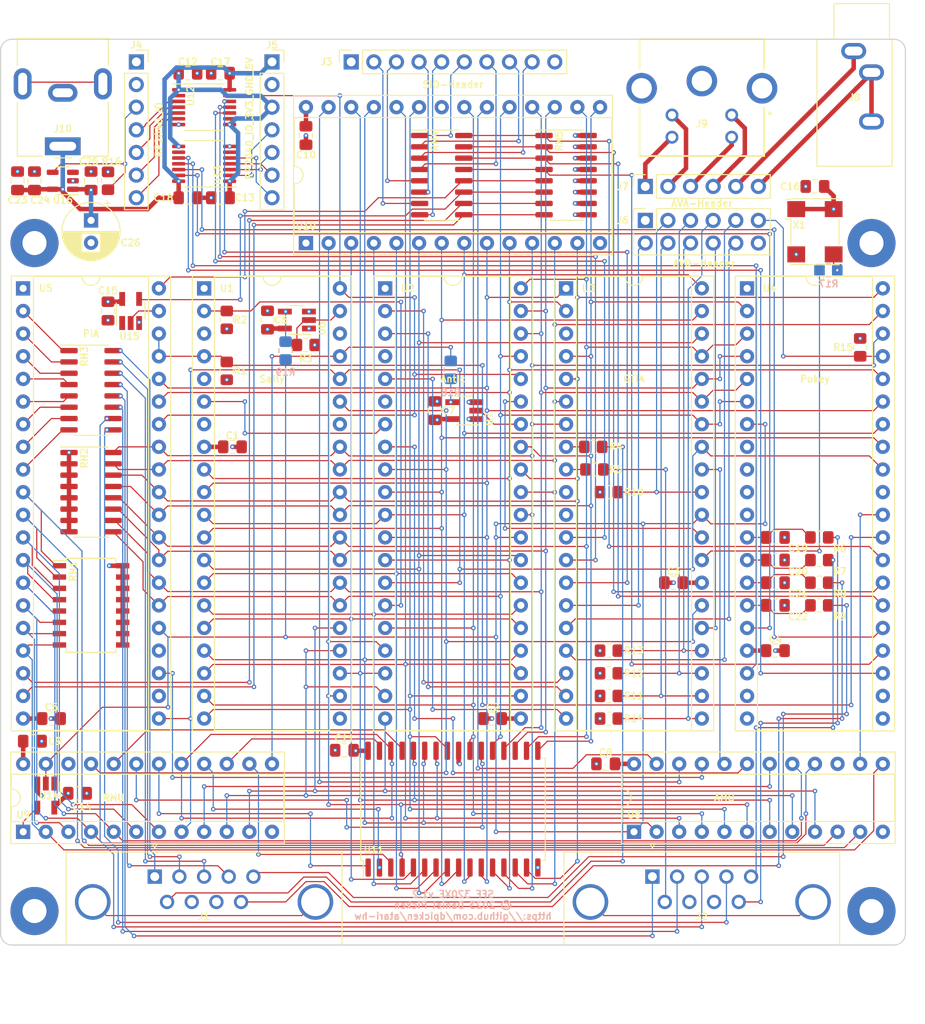
<source format=kicad_pcb>
(kicad_pcb (version 20221018) (generator pcbnew)
  (title_block (title "Atari SBC") (date "2023-09-01") (rev "1.2"))
  (layers (0 "F.Cu" signal) (1 "In1.Cu" power) (2 "In2.Cu" power) (31 "B.Cu" signal) (34 "B.Paste" user) (35 "F.Paste" user) (36 "B.SilkS" user "B.Silkscreen") (37 "F.SilkS" user "F.Silkscreen") (38 "B.Mask" user) (39 "F.Mask" user) (44 "Edge.Cuts" user))
  (net 0 "")
  (net 1 "GND")
  (net 2 "+5V")
  (net 3 "P0")
  (net 4 "P1")
  (net 5 "P2")
  (net 6 "P3")
  (net 7 "{slash}J1_UP")
  (net 8 "{slash}J1_DOWN")
  (net 9 "{slash}J1_LEFT")
  (net 10 "{slash}J1_RIGHT")
  (net 11 "J1_POT_B")
  (net 12 "{slash}J1_TRIGGER")
  (net 13 "J1_POT_A")
  (net 14 "+3.3V")
  (net 15 "{slash}J2_UP")
  (net 16 "{slash}J2_DOWN")
  (net 17 "{slash}J2_LEFT")
  (net 18 "{slash}J2_RIGHT")
  (net 19 "J2_POT_B")
  (net 20 "{slash}J2_TRIGGER")
  (net 21 "J2_POT_A")
  (net 22 "unconnected-(J1-PAD-Pad0)")
  (net 23 "+5VP")
  (net 24 "unconnected-(J2-PAD-Pad0)")
  (net 25 "{slash}RESET_3V3")
  (net 26 "{slash}OPTION_3V3")
  (net 27 "{slash}SELECT_3V3")
  (net 28 "{slash}START_3V3")
  (net 29 "{slash}K0_3V3")
  (net 30 "{slash}K5_3V3")
  (net 31 "{slash}KR1_3V3")
  (net 32 "{slash}KR2_3V3")
  (net 33 "SVIDEO_Y")
  (net 34 "SVIDEO_C")
  (net 35 "{slash}IRQ")
  (net 37 "PB0")
  (net 38 "PB1")
  (net 39 "PB2")
  (net 40 "PB3")
  (net 41 "PB4")
  (net 42 "PB5")
  (net 43 "PB6")
  (net 44 "PB7")
  (net 45 "D0")
  (net 46 "D1")
  (net 47 "D2")
  (net 48 "D3")
  (net 49 "D4")
  (net 50 "D5")
  (net 51 "D6")
  (net 52 "D7")
  (net 53 "T1")
  (net 54 "T0")
  (net 55 "PA7")
  (net 56 "PA6")
  (net 57 "PA5")
  (net 58 "PA4")
  (net 59 "PA3")
  (net 60 "PA2")
  (net 61 "PA1")
  (net 62 "PA0")
  (net 63 "A1")
  (net 64 "COLOR")
  (net 65 "A0")
  (net 66 "LUM1")
  (net 67 "LUM2")
  (net 68 "LUM3")
  (net 69 "CSYNC")
  (net 70 "{slash}HALT")
  (net 72 "FPHI0")
  (net 73 "PHI2")
  (net 74 "LUM0")
  (net 75 "{slash}START")
  (net 76 "{slash}CS_GTIA")
  (net 77 "{slash}SELECT")
  (net 78 "{slash}W")
  (net 79 "{slash}OPTION")
  (net 80 "GTIA_AUDIO")
  (net 81 "PAL")
  (net 82 "CADJ")
  (net 83 "AN0")
  (net 84 "A4")
  (net 85 "AN1")
  (net 86 "A3")
  (net 87 "AN2")
  (net 88 "A2")
  (net 89 "A8")
  (net 90 "unconnected-(J10-MountPin-PadMP)")
  (net 91 "A9")
  (net 92 "A10")
  (net 93 "A11")
  (net 94 "A12")
  (net 95 "A14_ROM")
  (net 96 "A13")
  (net 97 "{slash}RAM")
  (net 98 "A14")
  (net 99 "{slash}CS_ROM")
  (net 100 "A15")
  (net 101 "{slash}CS_PIA")
  (net 102 "{slash}CS_POKEY")
  (net 103 "{slash}REF")
  (net 104 "{slash}WE")
  (net 105 "{slash}CS_RAM")
  (net 106 "A18_RAM")
  (net 107 "A17_RAM")
  (net 108 "A16_RAM")
  (net 109 "A15_RAM")
  (net 110 "A14_RAM")
  (net 111 "A7")
  (net 112 "A6")
  (net 113 "A5")
  (net 114 "Net-(U1-PHI2)")
  (net 116 "{slash}RESET")
  (net 117 "{slash}K5")
  (net 118 "{slash}K0")
  (net 119 "{slash}KR2")
  (net 120 "{slash}KR1")
  (net 121 "SIO_IRQ")
  (net 122 "SIO_PROCEED")
  (net 123 "SIO_MOTOR")
  (net 124 "SIO_COMMAND")
  (net 125 "SIO_DATA_OUT")
  (net 126 "SIO_DATA_IN")
  (net 127 "SIO_CLOCK_OUT")
  (net 128 "SIO_CLOCK_IN")
  (net 129 "POKEY_AUDIO")
  (net 130 "AUDIO_GND")
  (net 131 "CB1")
  (net 132 "CA1")
  (net 133 "CA2")
  (net 134 "CB2")
  (net 135 "SOD")
  (net 136 "SID")
  (net 137 "ACLK")
  (net 138 "BCLK")
  (net 139 "RDY")
  (net 142 "{slash}NMI")
  (net 144 "Net-(U2-PHI0)")
  (net 145 "PHI0")
  (net 146 "AUDIO_OUT")
  (net 147 "Net-(U3-OSC)")
  (net 156 "PWR_ON_3V3")
  (net 157 "/memory/{slash}antic")
  (net 158 "Net-(U9-CLK{slash}IN1)")
  (net 164 "Net-(X1-OUT)")
  (net 165 "Net-(RN4-R6.2)")
  (net 166 "SVIDEO_Y_GND")
  (net 167 "SVIDEO_C_GND")
  (net 168 "/memory/{slash}io")
  (net 169 "Net-(R18-Pad1)")
  (net 170 "Net-(R19-Pad1)")
  (footprint "Oscillator:Oscillator_SMD_SeikoEpson_SG8002CA-4Pin_7.0x5.0mm" (layer "F.Cu") (at 193.04 72.39 -90)
    (fp_text reference "X1")
    (fp_text value "3.579545 MHz")
  )
  (footprint "Resistor_SMD:R_0805_2012Metric_Pad1.20x1.40mm_HandSolder" (layer "F.Cu") (at 193.532 106.68)
    (fp_text reference "R6")
    (fp_text value "1.8K")
  )
  (footprint "Capacitor_SMD:C_0805_2012Metric_Pad1.18x1.45mm_HandSolder" (layer "F.Cu") (at 122.635 68.58)
    (fp_text reference "C18")
    (fp_text value "0.1uF")
  )
  (footprint "Capacitor_SMD:C_0805_2012Metric_Pad1.18x1.45mm_HandSolder" (layer "F.Cu") (at 135.89 61.595 -90)
    (fp_text reference "C10")
    (fp_text value "0.1uF")
  )
  (footprint "Package_TO_SOT_SMD:SOT-23-5_HandSoldering" (layer "F.Cu") (at 106.68 135.636 -90)
    (fp_text reference "U14")
    (fp_text value "74AHCT1G04")
  )
  (footprint "Resistor_SMD:R_0805_2012Metric_Pad1.20x1.40mm_HandSolder" (layer "F.Cu") (at 113.665 66.675 -90)
    (fp_text reference "R16")
    (fp_text value "10K")
  )
  (footprint "Connector_PinSocket_2.54mm:PinSocket_2x06_P2.54mm_Vertical" (layer "F.Cu") (at 173.99 71.12 90)
    (fp_text reference "J6")
    (fp_text value "AVD-Header")
  )
  (footprint "Package_TO_SOT_SMD:SOT-23-5_HandSoldering" (layer "F.Cu") (at 134.874 82.296 180)
    (fp_text reference "U6")
    (fp_text value "74AHCT1G125GV,125")
  )
  (footprint "Capacitor_SMD:C_0805_2012Metric_Pad1.18x1.45mm_HandSolder" (layer "F.Cu") (at 111.76 66.675 90)
    (fp_text reference "C25")
    (fp_text value "0.1uF")
  )
  (footprint "Package_TO_SOT_SMD:SOT-23-5_HandSoldering" (layer "F.Cu") (at 153.67 92.456 180)
    (fp_text reference "U7")
    (fp_text value "74AHCT1G125GV,125")
  )
  (footprint "Capacitor_SMD:C_0805_2012Metric_Pad1.18x1.45mm_HandSolder" (layer "F.Cu") (at 150.368 92.456 90)
    (fp_text reference "C7")
    (fp_text value "0.1uF")
  )
  (footprint "Package_SO:SOIC-16_3.9x9.9mm_P1.27mm" (layer "F.Cu") (at 111.76 101.6)
    (fp_text reference "RN2")
    (fp_text value "10K")
  )
  (footprint "Connector_PinSocket_2.54mm:PinSocket_1x07_P2.54mm_Vertical" (layer "F.Cu") (at 132.08 53.34)
    (fp_text reference "J5")
    (fp_text value "RP2040_IO_3V3_GND_5V")
  )
  (footprint "Resistor_SMD:R_0805_2012Metric_Pad1.20x1.40mm_HandSolder" (layer "F.Cu") (at 135.874 85.09)
    (fp_text reference "R3")
    (fp_text value "3K")
  )
  (footprint "Package_DIP:DIP-40_W15.24mm_Socket" (layer "F.Cu") (at 124.46 78.74)
    (fp_text reference "U1")
    (fp_text value "Sally")
  )
  (footprint "Resistor_SMD:R_0805_2012Metric_Pad1.20x1.40mm_HandSolder" (layer "F.Cu") (at 169.91 101.6 180)
    (fp_text reference "R10")
    (fp_text value "1K")
  )
  (footprint "Package_SO:SOIC-16_3.9x9.9mm_P1.27mm" (layer "F.Cu") (at 111.76 90.17)
    (fp_text reference "RN3")
    (fp_text value "220R")
  )
  (footprint "Connector_Audio:Jack_3.5mm_CUI_SJ1-3533NG_Horizontal" (layer "F.Cu") (at 197.39 52.1208)
    (fp_text reference "J8")
    (fp_text value "AudioOut-Connector")
  )
  (footprint "Package_DIP:DIP-24_W7.62mm_Socket" (layer "F.Cu") (at 104.14 139.7 90)
    (fp_text reference "U9")
    (fp_text value "RMU")
  )
  (footprint "Capacitor_SMD:C_0805_2012Metric_Pad1.18x1.45mm_HandSolder" (layer "F.Cu") (at 140.208 130.556 180)
    (fp_text reference "C11")
    (fp_text value "0.1uF")
  )
  (footprint "Resistor_SMD:R_0805_2012Metric_Pad1.20x1.40mm_HandSolder" (layer "F.Cu") (at 169.91 124.46 180)
    (fp_text reference "R11")
    (fp_text value "1K")
  )
  (footprint "MountingHole:MountingHole_2.7mm_M2.5_Pad" (layer "F.Cu") (at 199.39 148.59)
    (fp_text reference "H3")
    (fp_text value "M2.5")
  )
  (footprint "MountingHole:MountingHole_2.7mm_M2.5_Pad" (layer "F.Cu") (at 199.39 73.66)
    (fp_text reference "H4")
    (fp_text value "M2.5")
  )
  (footprint "Capacitor_SMD:C_0805_2012Metric_Pad1.18x1.45mm_HandSolder" (layer "F.Cu") (at 156.845 127 180)
    (fp_text reference "C2")
    (fp_text value "0.1uF")
  )
  (footprint "Capacitor_SMD:C_0805_2012Metric_Pad1.18x1.45mm_HandSolder" (layer "F.Cu") (at 169.545 132.08 180)
    (fp_text reference "C8")
    (fp_text value "0.22uF")
  )
  (footprint "Capacitor_SMD:C_0805_2012Metric_Pad1.18x1.45mm_HandSolder" (layer "F.Cu") (at 127.635 96.52)
    (fp_text reference "C1")
    (fp_text value "0.1uF")
  )
  (footprint "Resistor_SMD:R_0805_2012Metric_Pad1.20x1.40mm_HandSolder" (layer "F.Cu") (at 127 82.28 -90)
    (fp_text reference "R2")
    (fp_text value "3K")
  )
  (footprint "Capacitor_SMD:C_0805_2012Metric_Pad1.18x1.45mm_HandSolder" (layer "F.Cu") (at 113.665 81.28 -90)
    (fp_text reference "C15")
    (fp_text value "0.1uF")
  )
  (footprint "Package_SO:SSOP-32_11.305x20.495mm_P1.27mm" (layer "F.Cu") (at 152.4 137.16 90)
    (fp_text reference "U11")
    (fp_text value "AS6C4008-55SIN")
  )
  (footprint "Package_TO_SOT_SMD:SOT-23-5_HandSoldering" (layer "F.Cu") (at 116.205 81.28 90)
    (fp_text reference "U15")
    (fp_text value "74AHCT1G04")
  )
  (footprint "Capacitor_SMD:C_0805_2012Metric_Pad1.18x1.45mm_HandSolder" (layer "F.Cu") (at 126.285 68.58 180)
    (fp_text reference "C13")
    (fp_text value "0.1uF")
  )
  (footprint "Capacitor_SMD:C_0805_2012Metric_Pad1.18x1.45mm_HandSolder" (layer "F.Cu") (at 177.165 111.76 180)
    (fp_text reference "C3")
    (fp_text value "0.1uF")
  )
  (footprint "Capacitor_SMD:C_0805_2012Metric_Pad1.18x1.45mm_HandSolder" (layer "F.Cu") (at 122.635 54.61)
    (fp_text reference "C12")
    (fp_text value "0.1uF")
  )
  (footprint "Package_DIP:DIP-40_W15.24mm_Socket" (layer "F.Cu") (at 104.135 78.74)
    (fp_text reference "U5")
    (fp_text value "PIA")
  )
  (footprint "Package_SO:SOIC-16_3.9x9.9mm_P1.27mm" (layer "F.Cu") (at 165.1 66.04)
    (fp_text reference "RN5")
    (fp_text value "4.7K")
  )
  (footprint "Capacitor_THT:CP_Radial_D6.3mm_P2.50mm" (layer "F.Cu") (at 111.76 71.12 -90)
    (fp_text reference "C26")
    (fp_text value "220uF")
  )
  (footprint "Package_DIP:DIP-28_W15.24mm_Socket" (layer "F.Cu") (at 135.89 73.66 90)
    (fp_text reference "U10")
    (fp_text value "AT27C256R")
  )
  (footprint "Resistor_SMD:R_0805_2012Metric_Pad1.20x1.40mm_HandSolder" (layer "F.Cu") (at 168.148 96.52)
    (fp_text reference "R4")
    (fp_text value "220R")
  )
  (footprint "Project_Connector_Dsub:DSUB-9_Male_Horizontal_PDI-09S-5-RG30" (layer "F.Cu") (at 174.79 144.7292)
    (fp_text reference "J2")
    (fp_text value "Controller-Connector")
  )
  (footprint "Capacitor_SMD:C_0805_2012Metric_Pad1.18x1.45mm_HandSolder" (layer "F.Cu") (at 188.595 106.68)
    (fp_text reference "C19")
    (fp_text value "47nF")
  )
  (footprint "Capacitor_SMD:C_0805_2012Metric_Pad1.18x1.45mm_HandSolder" (layer "F.Cu") (at 188.595 111.76)
    (fp_text reference "C21")
    (fp_text value "47nF")
  )
  (footprint "Capacitor_SMD:C_0805_2012Metric_Pad1.18x1.45mm_HandSolder" (layer "F.Cu") (at 193.04 67.31 180)
    (fp_text reference "C16")
    (fp_text value "0.1uF")
  )
  (footprint "Resistor_SMD:R_0805_2012Metric_Pad1.20x1.40mm_HandSolder" (layer "F.Cu") (at 198.12 85.36 90)
    (fp_text reference "R15")
    (fp_text value "1K")
  )
  (footprint "Package_TO_SOT_SMD:SOT-23-5" (layer "F.Cu") (at 108.585 66.675 180)
    (fp_text reference "U16")
    (fp_text value "AP22814AW5")
  )
  (footprint "Package_SO:SOIC-16_3.9x9.9mm_P1.27mm" (layer "F.Cu") (at 151.13 66.04)
    (fp_text reference "RN4")
    (fp_text value "100R")
  )
  (footprint "Package_SO:TSSOP-14_4.4x5mm_P0.65mm" (layer "F.Cu") (at 124.46 58.42)
    (fp_text reference "U12")
    (fp_text value "TXU0104")
  )
  (footprint "Capacitor_SMD:C_0805_2012Metric_Pad1.18x1.45mm_HandSolder" (layer "F.Cu") (at 188.595 119.38)
    (fp_text reference "C4")
    (fp_text value "0.1uF")
  )
  (footprint "Connector_PinSocket_2.54mm:PinSocket_1x06_P2.54mm_Vertical" (layer "F.Cu") (at 173.99 67.31 90)
    (fp_text reference "J7")
    (fp_text value "AVA-Header")
  )
  (footprint "Connector_PinSocket_2.54mm:PinSocket_1x10_P2.54mm_Vertical" (layer "F.Cu") (at 140.97 53.34 90)
    (fp_text reference "J3")
    (fp_text value "SIO-Header")
  )
  (footprint "Resistor_SMD:R_0805_2012Metric_Pad1.20x1.40mm_HandSolder" (layer "F.Cu") (at 193.532 109.22)
    (fp_text reference "R7")
    (fp_text value "1.8K")
  )
  (footprint "Capacitor_SMD:C_0805_2012Metric_Pad1.18x1.45mm_HandSolder" (layer "F.Cu") (at 188.595 114.3)
    (fp_text reference "C22")
    (fp_text value "47nF")
  )
  (footprint "Capacitor_SMD:C_0805_2012Metric_Pad1.18x1.45mm_HandSolder" (layer "F.Cu") (at 105.41 66.675 90)
    (fp_text reference "C24")
    (fp_text value "1uF")
  )
  (footprint "Connector_PinSocket_2.54mm:PinSocket_1x07_P2.54mm_Vertical" (layer "F.Cu") (at 116.84 53.34)
    (fp_text reference "J4")
    (fp_text value "RP2040_IO")
  )
  (footprint "Capacitor_SMD:C_0805_2012Metric_Pad1.18x1.45mm_HandSolder" (layer "F.Cu") (at 105.1775 129.54)
    (fp_text reference "C9")
    (fp_text value "0.22uF")
  )
  (footprint "Resistor_SMD:R_0805_2012Metric_Pad1.20x1.40mm_HandSolder" (layer "F.Cu") (at 169.91 121.92 180)
    (fp_text reference "R12")
    (fp_text value "1K")
  )
  (footprint "Package_DIP:DIP-40_W15.24mm_Socket" (layer "F.Cu") (at 144.78 78.74)
    (fp_text reference "U2")
    (fp_text value "Antic")
  )
  (footprint "Package_DIP:DIP-24_W7.62mm_Socket" (layer "F.Cu") (at 172.72 139.7 90)
    (fp_text reference "U8")
    (fp_text value "AMU")
  )
  (footprint "Resistor_SMD:R_0805_2012Metric_Pad1.20x1.40mm_HandSolder" (layer "F.Cu") (at 169.91 119.38 180)
    (fp_text reference "R13")
    (fp_text value "1K")
  )
  (footprint "Package_SO:TSSOP-14_4.4x5mm_P0.65mm" (layer "F.Cu") (at 124.46 64.77 180)
    (fp_text reference "U13")
    (fp_text value "TXU0204")
  )
  (footprint "Resistor_SMD:R_0805_2012Metric_Pad1.20x1.40mm_HandSolder" (layer "F.Cu") (at 193.532 111.76)
    (fp_text reference "R8")
    (fp_text value "1.8K")
  )
  (footprint "MountingHole:MountingHole_2.7mm_M2.5_Pad" (layer "F.Cu") (at 105.41 148.59)
    (fp_text reference "H2")
    (fp_text value "M2.5")
  )
  (footprint "Package_DIP:DIP-40_W15.24mm_Socket" (layer "F.Cu") (at 185.42 78.74)
    (fp_text reference "U4")
    (fp_text value "Pokey")
  )
  (footprint "Capacitor_SMD:C_0805_2012Metric_Pad1.18x1.45mm_HandSolder" (layer "F.Cu") (at 131.572 82.296 90)
    (fp_text reference "C6")
    (fp_text value "0.1uF")
  )
  (footprint "Connector_MiniDIN:57492631" (layer "F.Cu") (at 183.6905 59.2982)
    (fp_text reference "J9")
    (fp_text value "VideoOut-Connector" hide)
  )
  (footprint "Capacitor_SMD:C_0805_2012Metric_Pad1.18x1.45mm_HandSolder" (layer "F.Cu") (at 126.285 54.61 180)
    (fp_text reference "C17")
    (fp_text value "0.1uF")
  )
  (footprint "Capacitor_SMD:C_0805_2012Metric_Pad1.18x1.45mm_HandSolder" (layer "F.Cu") (at 107.315 127)
    (fp_text reference "C5")
    (fp_text value "0.1uF")
  )
  (footprint "Package_DIP:DIP-40_W15.24mm_Socket" (layer "F.Cu") (at 165.1 78.74)
    (fp_text reference "U3")
    (fp_text value "GTIA")
  )
  (footprint "Project_Connector_Dsub:DSUB-9_Male_Horizontal_PDI-09S-5-RG30" (layer "F.Cu") (at 118.91 144.7292)
    (fp_text reference "J1")
    (fp_text value "Controller-Connector")
  )
  (footprint "Capacitor_SMD:C_0805_2012Metric_Pad1.18x1.45mm_HandSolder" (layer "F.Cu") (at 188.595 109.22)
    (fp_text reference "C20")
    (fp_text value "47nF")
  )
  (footprint "Connector_BarrelJack:BarrelJack_CUI_PJ-063AH_Horizontal" (layer "F.Cu") (at 108.585 62.8024 180)
    (fp_text reference "J10")
    (fp_text value "Power-Connector")
  )
  (footprint "Package_SO:SOIC-16W_5.3x10.2mm_P1.27mm" (layer "F.Cu") (at 111.76 114.3)
    (fp_text reference "RN1")
    (fp_text value "3K")
  )
  (footprint "Capacitor_SMD:C_0805_2012Metric_Pad1.18x1.45mm_HandSolder" (layer "F.Cu") (at 103.505 66.675 90)
    (fp_text reference "C23")
    (fp_text value "10uF")
  )
  (footprint "Resistor_SMD:R_0805_2012Metric_Pad1.20x1.40mm_HandSolder" (layer "F.Cu") (at 127 87.995 -90)
    (fp_text reference "R1")
    (fp_text value "3K")
  )
  (footprint "Resistor_SMD:R_0805_2012Metric_Pad1.20x1.40mm_HandSolder" (layer "F.Cu") (at 193.532 114.3)
    (fp_text reference "R9")
    (fp_text value "1.8K")
  )
  (footprint "Resistor_SMD:R_0805_2012Metric_Pad1.20x1.40mm_HandSolder" (layer "F.Cu") (at 169.91 127 180)
    (fp_text reference "R14")
    (fp_text value "1K")
  )
  (footprint "MountingHole:MountingHole_2.7mm_M2.5_Pad" (layer "F.Cu") (at 105.41 73.66)
    (fp_text reference "H1")
    (fp_text value "M2.5")
  )
  (footprint "Capacitor_SMD:C_0805_2012Metric_Pad1.18x1.45mm_HandSolder" (layer "F.Cu") (at 110.236 135.382)
    (fp_text reference "C14")
    (fp_text value "0.1uF")
  )
  (footprint "Resistor_SMD:R_0805_2012Metric_Pad1.20x1.40mm_HandSolder" (layer "F.Cu") (at 168.275 99.06)
    (fp_text reference "R5")
    (fp_text value "220R")
  )
  (footprint "Resistor_SMD:R_0805_2012Metric_Pad1.20x1.40mm_HandSolder" (layer "B.Cu") (at 152.146 87.884 90)
    (fp_text reference "R18")
    (fp_text value "0R")
  )
  (footprint "Resistor_SMD:R_0805_2012Metric_Pad1.20x1.40mm_HandSolder" (layer "B.Cu") (at 194.548 76.708)
    (fp_text reference "R17")
    (fp_text value "0R")
  )
  (footprint "Resistor_SMD:R_0805_2012Metric_Pad1.20x1.40mm_HandSolder" (layer "B.Cu") (at 133.604 85.725 -90)
    (fp_text reference "R19")
    (fp_text value "0R")
  )
  (gr_arc (start 101.6 52.07) (mid 101.971974 51.171974) (end 102.87 50.8) (stroke (width 0.127)) (layer "Edge.Cuts"))
  (gr_arc (start 203.2 151.13) (mid 202.828026 152.028026) (end 201.93 152.4) (stroke (width 0.127)) (layer "Edge.Cuts"))
  (gr_line (start 102.87 50.8) (end 201.93 50.8) (stroke (width 0.127)) (layer "Edge.Cuts"))
  (gr_arc (start 102.87 152.4) (mid 101.971974 152.028026) (end 101.6 151.13) (stroke (width 0.127)) (layer "Edge.Cuts"))
  (gr_line (start 203.2 52.07) (end 203.2 151.13) (stroke (width 0.127)) (layer "Edge.Cuts"))
  (gr_line (start 101.6 151.13) (end 101.6 52.07) (stroke (width 0.127)) (layer "Edge.Cuts"))
  (gr_line (start 201.93 152.4) (end 102.87 152.4) (stroke (width 0.127)) (layer "Edge.Cuts"))
  (gr_arc (start 201.93 50.8) (mid 202.828026 51.171974) (end 203.2 52.07) (stroke (width 0.127)) (layer "Edge.Cuts"))
  (gr_text "SFF 320XE v1.2\n© 2023 Daniel Picken\nhttps://github.com/dpicken/atari-hw" (at 152.405 149.606) (layer "B.SilkS") (effects (font (size 0.762 0.762) (thickness 0.1524)) (justify bottom mirror)))
  (segment (start 155.8075 127) (end 156.782 127) (width 0.508) (layer "F.Cu") (net 1))
  (segment (start 189.6325 119.38) (end 188.595 119.38) (width 0.508) (layer "F.Cu") (net 1))
  (segment (start 153.035 130.61) (end 153.035 131.953) (width 0.508) (layer "F.Cu") (net 1))
  (segment (start 155.02 91.506) (end 154.178 91.506) (width 0.508) (layer "F.Cu") (net 1))
  (segment (start 108.3525 127) (end 107.24552 127) (width 0.508) (layer "F.Cu") (net 1))
  (segment (start 153.035 131.953) (end 153.162 132.08) (width 0.508) (layer "F.Cu") (net 1))
  (segment (start 123.6725 68.58) (end 125.2475 68.58) (width 0.508) (layer "F.Cu") (net 1))
  (segment (start 128.6725 96.52) (end 127.635 96.52) (width 0.508) (layer "F.Cu") (net 1))
  (segment (start 155.02 93.406) (end 154.178 93.406) (width 0.508) (layer "F.Cu") (net 1))
  (segment (start 176.1275 111.76) (end 177.165 111.76) (width 0.508) (layer "F.Cu") (net 1))
  (segment (start 135.89 62.6325) (end 135.89 61.595) (width 0.508) (layer "F.Cu") (net 1))
  (segment (start 105.73 135.194) (end 106.172 135.636) (width 0.508) (layer "F.Cu") (net 1))
  (segment (start 105.73 134.286) (end 105.73 135.194) (width 0.508) (layer "F.Cu") (net 1))
  (via (at 154.178 91.506) (size 0.508) (drill 0.254) (layers "F.Cu" "B.Cu") (net 1))
  (via (at 139.1705 130.556) (size 0.508) (drill 0.254) (layers "F.Cu" "B.Cu") (net 1))
  (via (at 111.76 65.6375) (size 0.508) (drill 0.254) (layers "F.Cu" "B.Cu") (net 1))
  (via (at 117.155 82.55) (size 0.508) (drill 0.254) (layers "F.Cu" "B.Cu") (net 1))
  (via (at 105.41 65.6375) (size 0.508) (drill 0.254) (layers "F.Cu" "B.Cu") (net 1))
  (via (at 107.24552 127) (size 0.508) (drill 0.254) (layers "F.Cu" "B.Cu") (net 1))
  (via (at 125.2475 54.61) (size 0.508) (drill 0.254) (layers "F.Cu" "B.Cu") (net 1))
  (via (at 109.7225 66.675) (size 0.508) (drill 0.254) (layers "F.Cu" "B.Cu") (net 1))
  (via (at 153.162 132.08) (size 0.508) (drill 0.254) (layers "F.Cu" "B.Cu") (net 1))
  (via (at 136.224 83.246) (size 0.508) (drill 0.254) (layers "F.Cu" "B.Cu") (net 1))
  (via (at 168.5075 132.08) (size 0.508) (drill 0.254) (layers "F.Cu" "B.Cu") (net 1))
  (via (at 111.2735 135.382) (size 0.508) (drill 0.254) (layers "F.Cu" "B.Cu") (net 1))
  (via (at 127.3225 62.82) (size 0.508) (drill 0.254) (layers "F.Cu" "B.Cu") (net 1))
  (via (at 189.6325 109.22) (size 0.508) (drill 0.254) (layers "F.Cu" "B.Cu") (net 1))
  (via (at 136.224 81.346) (size 0.508) (drill 0.254) (layers "F.Cu" "B.Cu") (net 1))
  (via (at 154.178 93.406) (size 0.508) (drill 0.254) (layers "F.Cu" "B.Cu") (net 1))
  (via (at 156.782 127) (size 0.508) (drill 0.254) (layers "F.Cu" "B.Cu") (net 1))
  (via (at 150.622 91.4185) (size 0.508) (drill 0.254) (layers "F.Cu" "B.Cu") (net 1))
  (via (at 190.94 74.93) (size 0.508) (drill 0.254) (layers "F.Cu" "B.Cu") (net 1))
  (via (at 123.6725 54.61) (size 0.508) (drill 0.254) (layers "F.Cu" "B.Cu") (net 1))
  (via (at 192.0025 67.31) (size 0.508) (drill 0.254) (layers "F.Cu" "B.Cu") (net 1))
  (via (at 113.665 65.675) (size 0.508) (drill 0.254) (layers "F.Cu" "B.Cu") (net 1))
  (via (at 189.6325 114.3) (size 0.508) (drill 0.254) (layers "F.Cu" "B.Cu") (net 1))
  (via (at 127.635 96.52) (size 0.508) (drill 0.254) (layers "F.Cu" "B.Cu") (net 1))
  (via (at 121.5975 60.37) (size 0.508) (drill 0.254) (layers "F.Cu" "B.Cu") (net 1))
  (via (at 113.665 82.3175) (size 0.508) (drill 0.254) (layers "F.Cu" "B.Cu") (net 1))
  (via (at 106.172 135.636) (size 0.508) (drill 0.254) (layers "F.Cu" "B.Cu") (net 1))
  (via (at 189.6325 106.68) (size 0.508) (drill 0.254) (layers "F.Cu" "B.Cu") (net 1))
  (via (at 125.2475 68.58) (size 0.508) (drill 0.254) (layers "F.Cu" "B.Cu") (net 1))
  (via (at 188.595 119.38) (size 0.508) (drill 0.254) (layers "F.Cu" "B.Cu") (net 1))
  (via (at 189.6325 111.76) (size 0.508) (drill 0.254) (layers "F.Cu" "B.Cu") (net 1))
  (via (at 177.165 111.76) (size 0.508) (drill 0.254) (layers "F.Cu" "B.Cu") (net 1))
  (via (at 106.215 129.54) (size 0.508) (drill 0.254) (layers "F.Cu" "B.Cu") (net 1))
  (via (at 131.572 81.2585) (size 0.508) (drill 0.254) (layers "F.Cu" "B.Cu") (net 1))
  (via (at 161.925 143.71) (size 0.508) (drill 0.254) (layers "F.Cu" "B.Cu") (net 1))
  (via (at 135.89 61.595) (size 0.508) (drill 0.254) (layers "F.Cu" "B.Cu") (net 1))
  (via (at 103.505 65.6375) (size 0.508) (drill 0.254) (layers "F.Cu" "B.Cu") (net 1))
  (segment (start 152.32 93.406) (end 150.4555 93.406) (width 0.508) (layer "F.Cu") (net 2))
  (segment (start 167.575 69.215) (end 166.116 69.215) (width 0.508) (layer "F.Cu") (net 2))
  (segment (start 157.8825 127) (end 160.02 127) (width 0.508) (layer "F.Cu") (net 2))
  (segment (start 109.285 106.045) (end 109.285 97.217) (width 0.508) (layer "F.Cu") (net 2))
  (segment (start 114.9425 80.2425) (end 115.255 79.93) (width 0.508) (layer "F.Cu") (net 2))
  (segment (start 167.575 67.945) (end 166.116 67.945) (width 0.508) (layer "F.Cu") (net 2))
  (segment (start 178.2025 111.76) (end 180.34 111.76) (width 0.508) (layer "F.Cu") (net 2))
  (segment (start 167.575 62.865) (end 166.116 62.865) (width 0.508) (layer "F.Cu") (net 2))
  (segment (start 167.575 66.675) (end 166.116 66.675) (width 0.508) (layer "F.Cu") (net 2))
  (segment (start 195.14 69.85) (end 195.14 68.3725) (width 0.508) (layer "F.Cu") (net 2))
  (segment (start 104.14 129.54) (end 104.14 132.08) (width 0.508) (layer "F.Cu") (net 2))
  (segment (start 126.5975 96.52) (end 124.46 96.52) (width 0.508) (layer "F.Cu") (net 2))
  (segment (start 142.875 130.61) (end 141.478 130.61) (width 0.508) (layer "F.Cu") (net 2))
  (segment (start 135.89 60.5575) (end 135.89 58.44) (width 0.508) (layer "F.Cu") (net 2))
  (segment (start 167.575 61.595) (end 166.116 61.595) (width 0.508) (layer "F.Cu") (net 2))
  (segment (start 133.524 83.246) (end 131.6595 83.246) (width 0.508) (layer "F.Cu") (net 2))
  (segment (start 107.63 136.9505) (end 109.1985 135.382) (width 0.508) (layer "F.Cu") (net 2))
  (segment (start 109.7225 67.625) (end 111.6725 67.625) (width 0.508) (layer "F.Cu") (net 2))
  (segment (start 113.665 80.2425) (end 114.9425 80.2425) (width 0.508) (layer "F.Cu") (net 2))
  (segment (start 115.31 109.855) (end 113.792 109.855) (width 0.508) (layer "F.Cu") (net 2))
  (segment (start 190.94 69.85) (end 195.14 69.85) (width 0.508) (layer "F.Cu") (net 2))
  (segment (start 167.575 70.485) (end 166.116 70.485) (width 0.508) (layer "F.Cu") (net 2))
  (segment (start 195.14 68.3725) (end 194.0775 67.31) (width 0.508) (layer "F.Cu") (net 2))
  (segment (start 170.5825 132.08) (end 172.72 132.08) (width 0.508) (layer "F.Cu") (net 2))
  (segment (start 115.31 118.745) (end 115.31 109.855) (width 0.508) (layer "F.Cu") (net 2))
  (segment (start 167.575 65.405) (end 166.116 65.405) (width 0.508) (layer "F.Cu") (net 2))
  (segment (start 106.2775 127) (end 104.135 127) (width 0.508) (layer "F.Cu") (net 2))
  (segment (start 109.285 97.217) (end 109.285 97.155) (width 0.508) (layer "F.Cu") (net 2))
  (segment (start 187.5575 119.38) (end 185.42 119.38) (width 0.508) (layer "F.Cu") (net 2))
  (segment (start 167.575 64.135) (end 166.116 64.135) (width 0.508) (layer "F.Cu") (net 2))
  (via (at 150.622 93.4935) (size 0.508) (drill 0.254) (layers "F.Cu" "B.Cu") (net 2))
  (via (at 111.76 67.7125) (size 0.508) (drill 0.254) (layers "F.Cu" "B.Cu") (net 2))
  (via (at 166.116 62.865) (size 0.508) (drill 0.254) (layers "F.Cu" "B.Cu") (net 2))
  (via (at 141.478 130.61) (size 0.508) (drill 0.254) (layers "F.Cu" "B.Cu") (net 2))
  (via (at 166.116 65.405) (size 0.508) (drill 0.254) (layers "F.Cu" "B.Cu") (net 2))
  (via (at 131.572 83.3335) (size 0.508) (drill 0.254) (layers "F.Cu" "B.Cu") (net 2))
  (via (at 127 83.28) (size 0.508) (drill 0.254) (layers "F.Cu" "B.Cu") (net 2))
  (via (at 195.14 69.85) (size 0.508) (drill 0.254) (layers "F.Cu" "B.Cu") (net 2))
  (via (at 168.91 127) (size 0.508) (drill 0.254) (layers "F.Cu" "B.Cu") (net 2))
  (via (at 113.792 109.855) (size 0.508) (drill 0.254) (layers "F.Cu" "B.Cu") (net 2))
  (via (at 166.116 69.215) (size 0.508) (drill 0.254) (layers "F.Cu" "B.Cu") (net 2))
  (via (at 166.116 64.135) (size 0.508) (drill 0.254) (layers "F.Cu" "B.Cu") (net 2))
  (via (at 109.1985 135.382) (size 0.508) (drill 0.254) (layers "F.Cu" "B.Cu") (net 2))
  (via (at 166.116 67.945) (size 0.508) (drill 0.254) (layers "F.Cu" "B.Cu") (net 2))
  (via (at 168.91 121.92) (size 0.508) (drill 0.254) (layers "F.Cu" "B.Cu") (net 2))
  (via (at 127 88.995) (size 0.508) (drill 0.254) (layers "F.Cu" "B.Cu") (net 2))
  (via (at 166.116 66.675) (size 0.508) (drill 0.254) (layers "F.Cu" "B.Cu") (net 2))
  (via (at 109.285 97.155) (size 0.508) (drill 0.254) (layers "F.Cu" "B.Cu") (net 2))
  (via (at 113.665 80.2425) (size 0.508) (drill 0.254) (layers "F.Cu" "B.Cu") (net 2))
  (via (at 198.12 84.36) (size 0.508) (drill 0.254) (layers "F.Cu" "B.Cu") (net 2))
  (via (at 168.91 101.6) (size 0.508) (drill 0.254) (layers "F.Cu" "B.Cu") (net 2))
  (via (at 136.874 85.09) (size 0.508) (drill 0.254) (layers "F.Cu" "B.Cu") (net 2))
  (via (at 168.91 124.46) (size 0.508) (drill 0.254) (layers "F.Cu" "B.Cu") (net 2))
  (via (at 166.116 70.485) (size 0.508) (drill 0.254) (layers "F.Cu" "B.Cu") (net 2))
  (via (at 166.116 61.595) (size 0.508) (drill 0.254) (layers "F.Cu" "B.Cu") (net 2))
  (via (at 168.91 119.38) (size 0.508) (drill 0.254) (layers "F.Cu" "B.Cu") (net 2))
  (segment (start 111.76 71.12) (end 111.76 67.7125) (width 0.508) (layer "B.Cu") (net 2))
  (segment (start 185.42 111.76) (end 187.5575 111.76) (width 0.127) (layer "F.Cu") (net 3))
  (segment (start 191.61698 110.84498) (end 188.47252 110.84498) (width 0.127) (layer "F.Cu") (net 3))
  (segment (start 188.47252 110.84498) (end 187.5575 111.76) (width 0.127) (layer "F.Cu") (net 3))
  (segment (start 192.532 111.76) (end 191.61698 110.84498) (width 0.127) (layer "F.Cu") (net 3))
  (segment (start 188.47252 115.21502) (end 191.61698 115.21502) (width 0.127) (layer "F.Cu") (net 4))
  (segment (start 185.42 114.3) (end 187.5575 114.3) (width 0.127) (layer "F.Cu") (net 4))
  (segment (start 191.61698 115.21502) (end 192.532 114.3) (width 0.127) (layer "F.Cu") (net 4))
  (segment (start 187.5575 114.3) (end 188.47252 115.21502) (width 0.127) (layer "F.Cu") (net 4))
  (segment (start 192.532 106.68) (end 191.61698 105.76498) (width 0.127) (layer "F.Cu") (net 5))
  (segment (start 185.42 106.68) (end 187.5575 106.68) (width 0.127) (layer "F.Cu") (net 5))
  (segment (start 188.47252 105.76498) (end 187.5575 106.68) (width 0.127) (layer "F.Cu") (net 5))
  (segment (start 191.61698 105.76498) (end 188.47252 105.76498) (width 0.127) (layer "F.Cu") (net 5))
  (segment (start 191.61698 110.13502) (end 188.47252 110.13502) (width 0.127) (layer "F.Cu") (net 6))
  (segment (start 187.5575 109.22) (end 185.42 109.22) (width 0.127) (layer "F.Cu") (net 6))
  (segment (start 188.47252 110.13502) (end 187.5575 109.22) (width 0.127) (layer "F.Cu") (net 6))
  (segment (start 192.532 109.22) (end 191.61698 110.13502) (width 0.127) (layer "F.Cu") (net 6))
  (via (at 115.062 85.725) (size 0.508) (drill 0.254) (layers "F.Cu" "B.Cu") (net 7))
  (segment (start 118.91 142.278) (end 118.364 141.732) (width 0.127) (layer "B.Cu") (net 7))
  (segment (start 118.91 144.7292) (end 118.91 142.278) (width 0.127) (layer "B.Cu") (net 7))
  (segment (start 118.364 141.732) (end 118.364 89.027) (width 0.127) (layer "B.Cu") (net 7))
  (segment (start 118.364 89.027) (end 115.062 85.725) (width 0.127) (layer "B.Cu") (net 7))
  (segment (start 118.364 142.494) (end 121.68 142.494) (width 0.127) (layer "F.Cu") (net 8))
  (via (at 118.364 142.494) (size 0.508) (drill 0.254) (layers "F.Cu" "B.Cu") (net 8))
  (via (at 121.68 142.494) (size 0.508) (drill 0.254) (layers "F.Cu" "B.Cu") (net 8))
  (via (at 115.062 86.995) (size 0.508) (drill 0.254) (layers "F.Cu" "B.Cu") (net 8))
  (segment (start 118.364 142.494) (end 118.11 142.24) (width 0.127) (layer "B.Cu") (net 8))
  (segment (start 118.11 90.043) (end 115.062 86.995) (width 0.127) (layer "B.Cu") (net 8))
  (segment (start 118.11 142.24) (end 118.11 90.043) (width 0.127) (layer "B.Cu") (net 8))
  (segment (start 121.68 144.7292) (end 121.68 142.494) (width 0.127) (layer "B.Cu") (net 8))
  (segment (start 117.856 143.002) (end 124.45 143.002) (width 0.127) (layer "F.Cu") (net 9))
  (via (at 115.062 88.265) (size 0.508) (drill 0.254) (layers "F.Cu" "B.Cu") (net 9))
  (via (at 124.45 143.002) (size 0.508) (drill 0.254) (layers "F.Cu" "B.Cu") (net 9))
  (via (at 117.856 143.002) (size 0.508) (drill 0.254) (layers "F.Cu" "B.Cu") (net 9))
  (segment (start 124.45 143.002) (end 124.45 144.7292) (width 0.127) (layer "B.Cu") (net 9))
  (segment (start 117.856 143.002) (end 117.856 91.059) (width 0.127) (layer "B.Cu") (net 9))
  (segment (start 117.856 91.059) (end 115.062 88.265) (width 0.127) (layer "B.Cu") (net 9))
  (segment (start 116.078 143.51) (end 126.0008 143.51) (width 0.127) (layer "F.Cu") (net 10))
  (segment (start 126.0008 143.51) (end 127.22 144.7292) (width 0.127) (layer "F.Cu") (net 10))
  (via (at 115.062 89.535) (size 0.508) (drill 0.254) (layers "F.Cu" "B.Cu") (net 10))
  (via (at 116.078 143.51) (size 0.508) (drill 0.254) (layers "F.Cu" "B.Cu") (net 10))
  (segment (start 115.062 89.535) (end 115.824 90.297) (width 0.127) (layer "B.Cu") (net 10))
  (segment (start 115.824 90.297) (end 115.824 143.256) (width 0.127) (layer "B.Cu") (net 10))
  (segment (start 115.824 143.256) (end 116.078 143.51) (width 0.127) (layer "B.Cu") (net 10))
  (segment (start 189.484 126.492) (end 196.596 126.492) (width 0.127) (layer "F.Cu") (net 11))
  (segment (start 138.43 144.272) (end 130.4472 144.272) (width 0.127) (layer "F.Cu") (net 11))
  (segment (start 189.484 142.494) (end 167.64 142.494) (width 0.127) (layer "F.Cu") (net 11))
  (segment (start 196.596 114.3) (end 194.532 114.3) (width 0.127) (layer "F.Cu") (net 11))
  (segment (start 163.068 147.066) (end 141.224 147.066) (width 0.127) (layer "F.Cu") (net 11))
  (segment (start 167.64 142.494) (end 163.068 147.066) (width 0.127) (layer "F.Cu") (net 11))
  (segment (start 141.224 147.066) (end 138.43 144.272) (width 0.127) (layer "F.Cu") (net 11))
  (via (at 196.596 126.492) (size 0.508) (drill 0.254) (layers "F.Cu" "B.Cu") (net 11))
  (via (at 189.484 126.492) (size 0.508) (drill 0.254) (layers "F.Cu" "B.Cu") (net 11))
  (via (at 189.484 142.494) (size 0.508) (drill 0.254) (layers "F.Cu" "B.Cu") (net 11))
  (via (at 196.596 114.3) (size 0.508) (drill 0.254) (layers "F.Cu" "B.Cu") (net 11))
  (segment (start 189.484 142.494) (end 189.484 126.492) (width 0.127) (layer "B.Cu") (net 11))
  (segment (start 196.596 126.492) (end 196.596 114.3) (width 0.127) (layer "B.Cu") (net 11))
  (segment (start 167.894 143.002) (end 163.322 147.574) (width 0.127) (layer "F.Cu") (net 12))
  (segment (start 171.45 96.52) (end 169.148 96.52) (width 0.127) (layer "F.Cu") (net 12))
  (segment (start 135.636 144.78) (end 138.176 144.78) (width 0.127) (layer "F.Cu") (net 12))
  (segment (start 121.3062 146.558) (end 133.858 146.558) (width 0.127) (layer "F.Cu") (net 12))
  (segment (start 120.295 147.5692) (end 121.3062 146.558) (width 0.127) (layer "F.Cu") (net 12))
  (segment (start 171.45 143.002) (end 167.894 143.002) (width 0.127) (layer "F.Cu") (net 12))
  (segment (start 163.322 147.574) (end 140.97 147.574) (width 0.127) (layer "F.Cu") (net 12))
  (segment (start 133.858 146.558) (end 135.636 144.78) (width 0.127) (layer "F.Cu") (net 12))
  (segment (start 138.176 144.78) (end 140.97 147.574) (width 0.127) (layer "F.Cu") (net 12))
  (via (at 171.45 96.52) (size 0.508) (drill 0.254) (layers "F.Cu" "B.Cu") (net 12))
  (via (at 171.45 143.002) (size 0.508) (drill 0.254) (layers "F.Cu" "B.Cu") (net 12))
  (segment (start 171.45 143.002) (end 171.45 96.52) (width 0.127) (layer "B.Cu") (net 12))
  (segment (start 188.976 127) (end 196.088 127) (width 0.127) (layer "F.Cu") (net 13))
  (segment (start 196.088 111.76) (end 194.532 111.76) (width 0.127) (layer "F.Cu") (net 13))
  (segment (start 168.148 143.51) (end 163.576 148.082) (width 0.127) (layer "F.Cu") (net 13))
  (segment (start 188.976 143.51) (end 168.148 143.51) (width 0.127) (layer "F.Cu") (net 13))
  (segment (start 140.716 148.082) (end 137.922 145.288) (width 0.127) (layer "F.Cu") (net 13))
  (segment (start 137.922 145.288) (end 135.89 145.288) (width 0.127) (layer "F.Cu") (net 13))
  (segment (start 163.576 148.082) (end 140.716 148.082) (width 0.127) (layer "F.Cu") (net 13))
  (segment (start 133.6088 147.5692) (end 128.605 147.5692) (width 0.127) (layer "F.Cu") (net 13))
  (segment (start 135.89 145.288) (end 133.6088 147.5692) (width 0.127) (layer "F.Cu") (net 13))
  (via (at 188.976 127) (size 0.508) (drill 0.254) (layers "F.Cu" "B.Cu") (net 13))
  (via (at 188.976 143.51) (size 0.508) (drill 0.254) (layers "F.Cu" "B.Cu") (net 13))
  (via (at 196.088 111.76) (size 0.508) (drill 0.254) (layers "F.Cu" "B.Cu") (net 13))
  (via (at 196.088 127) (size 0.508) (drill 0.254) (layers "F.Cu" "B.Cu") (net 13))
  (segment (start 188.976 143.51) (end 188.976 127) (width 0.127) (layer "B.Cu") (net 13))
  (segment (start 196.088 111.76) (end 196.088 127) (width 0.127) (layer "B.Cu") (net 13))
  (segment (start 127.3225 66.72) (end 127.3225 68.58) (width 0.508) (layer "F.Cu") (net 14))
  (via (at 121.5975 56.47) (size 0.508) (drill 0.254) (layers "F.Cu" "B.Cu") (net 14))
  (via (at 127.3225 66.72) (size 0.508) (drill 0.254) (layers "F.Cu" "B.Cu") (net 14))
  (via (at 121.5975 54.61) (size 0.508) (drill 0.254) (layers "F.Cu" "B.Cu") (net 14))
  (via (at 127.3225 60.37) (size 0.508) (drill 0.254) (layers "F.Cu" "B.Cu") (net 14))
  (via (at 121.5975 62.82) (size 0.508) (drill 0.254) (layers "F.Cu" "B.Cu") (net 14))
  (segment (start 130.81 57.15) (end 132.08 58.42) (width 0.508) (layer "B.Cu") (net 14))
  (segment (start 128.27 65.7725) (end 128.27 61.3175) (width 0.508) (layer "B.Cu") (net 14))
  (segment (start 128.27 61.3175) (end 127.3225 60.37) (width 0.508) (layer "B.Cu") (net 14))
  (segment (start 127.023335 57.15) (end 130.81 57.15) (width 0.508) (layer "B.Cu") (net 14))
  (segment (start 120.65 57.4175) (end 121.5975 56.47) (width 0.508) (layer "B.Cu") (net 14))
  (segment (start 127.3225 60.37) (end 128.0025 59.69) (width 0.508) (layer "B.Cu") (net 14))
  (segment (start 121.5975 56.47) (end 121.5975 54.61) (width 0.508) (layer "B.Cu") (net 14))
  (segment (start 126.343335 56.47) (end 127.023335 57.15) (width 0.508) (layer "B.Cu") (net 14))
  (segment (start 127.3225 66.72) (end 128.27 65.7725) (width 0.508) (layer "B.Cu") (net 14))
  (segment (start 130.81 59.69) (end 132.08 58.42) (width 0.508) (layer "B.Cu") (net 14))
  (segment (start 121.5975 62.82) (end 120.65 61.8725) (width 0.508) (layer "B.Cu") (net 14))
  (segment (start 120.65 61.8725) (end 120.65 57.4175) (width 0.508) (layer "B.Cu") (net 14))
  (segment (start 121.5975 56.47) (end 126.343335 56.47) (width 0.508) (layer "B.Cu") (net 14))
  (segment (start 128.0025 59.69) (end 130.81 59.69) (width 0.508) (layer "B.Cu") (net 14))
  (segment (start 116.586 151.384) (end 174.79 151.384) (width 0.127) (layer "F.Cu") (net 15))
  (via (at 115.062 90.805) (size 0.508) (drill 0.254) (layers "F.Cu" "B.Cu") (net 15))
  (via (at 174.79 151.384) (size 0.508) (drill 0.254) (layers "F.Cu" "B.Cu") (net 15))
  (via (at 116.586 151.384) (size 0.508) (drill 0.254) (layers "F.Cu" "B.Cu") (net 15))
  (segment (start 174.79 144.7292) (end 174.79 151.384) (width 0.127) (layer "B.Cu") (net 15))
  (segment (start 115.57 91.313) (end 115.062 90.805) (width 0.127) (layer "B.Cu") (net 15))
  (segment (start 116.586 151.384) (end 115.57 150.368) (width 0.127) (layer "B.Cu") (net 15))
  (segment (start 115.57 150.368) (end 115.57 91.313) (width 0.127) (layer "B.Cu") (net 15))
  (segment (start 115.316 150.876) (end 177.56 150.876) (width 0.127) (layer "F.Cu") (net 16))
  (via (at 115.062 92.075) (size 0.508) (drill 0.254) (layers "F.Cu" "B.Cu") (net 16))
  (via (at 115.316 150.876) (size 0.508) (drill 0.254) (layers "F.Cu" "B.Cu") (net 16))
  (via (at 177.56 150.876) (size 0.508) (drill 0.254) (layers "F.Cu" "B.Cu") (net 16))
  (segment (start 115.316 150.876) (end 115.316 92.329) (width 0.127) (layer "B.Cu") (net 16))
  (segment (start 115.316 92.329) (end 115.062 92.075) (width 0.127) (layer "B.Cu") (net 16))
  (segment (start 177.56 144.7292) (end 177.56 150.876) (width 0.127) (layer "B.Cu") (net 16))
  (segment (start 114.3 150.368) (end 180.33 150.368) (width 0.127) (layer "F.Cu") (net 17))
  (via (at 180.33 150.368) (size 0.508) (drill 0.254) (layers "F.Cu" "B.Cu") (net 17))
  (via (at 113.538 93.345) (size 0.508) (drill 0.254) (layers "F.Cu" "B.Cu") (net 17))
  (via (at 114.3 150.368) (size 0.508) (drill 0.254) (layers "F.Cu" "B.Cu") (net 17))
  (segment (start 114.3 142.24) (end 114.3 150.368) (width 0.127) (layer "B.Cu") (net 17))
  (segment (start 180.33 144.7292) (end 180.33 150.368) (width 0.127) (layer "B.Cu") (net 17))
  (segment (start 112.776 94.107) (end 112.776 140.716) (width 0.127) (layer "B.Cu") (net 17))
  (segment (start 112.776 140.716) (end 114.3 142.24) (width 0.127) (layer "B.Cu") (net 17))
  (segment (start 113.538 93.345) (end 112.776 94.107) (width 0.127) (layer "B.Cu") (net 17))
  (segment (start 114.808 149.86) (end 183.1 149.86) (width 0.127) (layer "F.Cu") (net 18))
  (via (at 113.538 94.615) (size 0.508) (drill 0.254) (layers "F.Cu" "B.Cu") (net 18))
  (via (at 183.1 149.86) (size 0.508) (drill 0.254) (layers "F.Cu" "B.Cu") (net 18))
  (via (at 114.808 149.86) (size 0.508) (drill 0.254) (layers "F.Cu" "B.Cu") (net 18))
  (segment (start 114.808 149.86) (end 114.808 141.732) (width 0.127) (layer "B.Cu") (net 18))
  (segment (start 113.284 94.869) (end 113.538 94.615) (width 0.127) (layer "B.Cu") (net 18))
  (segment (start 113.284 140.208) (end 113.284 94.869) (width 0.127) (layer "B.Cu") (net 18))
  (segment (start 114.808 141.732) (end 113.284 140.208) (width 0.127) (layer "B.Cu") (net 18))
  (segment (start 183.1 144.7292) (end 183.1 149.86) (width 0.127) (layer "B.Cu") (net 18))
  (segment (start 186.436 128.016) (end 195.072 128.016) (width 0.127) (layer "F.Cu") (net 19))
  (segment (start 195.072 109.22) (end 194.532 109.22) (width 0.127) (layer "F.Cu") (net 19))
  (via (at 195.072 128.016) (size 0.508) (drill 0.254) (layers "F.Cu" "B.Cu") (net 19))
  (via (at 195.072 109.22) (size 0.508) (drill 0.254) (layers "F.Cu" "B.Cu") (net 19))
  (via (at 186.436 128.016) (size 0.508) (drill 0.254) (layers "F.Cu" "B.Cu") (net 19))
  (segment (start 186.436 144.1632) (end 185.87 144.7292) (width 0.127) (layer "B.Cu") (net 19))
  (segment (start 195.072 128.016) (end 195.072 109.22) (width 0.127) (layer "B.Cu") (net 19))
  (segment (start 186.436 128.016) (end 186.436 144.1632) (width 0.127) (layer "B.Cu") (net 19))
  (segment (start 176.276 99.06) (end 169.275 99.06) (width 0.127) (layer "F.Cu") (net 20))
  (via (at 176.276 99.06) (size 0.508) (drill 0.254) (layers "F.Cu" "B.Cu") (net 20))
  (segment (start 176.276 99.06) (end 176.276 147.4682) (width 0.127) (layer "B.Cu") (net 20))
  (segment (start 195.58 106.68) (end 194.532 106.68) (width 0.127) (layer "F.Cu") (net 21))
  (segment (start 186.944 147.5692) (end 184.485 147.5692) (width 0.127) (layer "F.Cu") (net 21))
  (segment (start 186.944 127.508) (end 195.58 127.508) (width 0.127) (layer "F.Cu") (net 21))
  (via (at 195.58 106.68) (size 0.508) (drill 0.254) (layers "F.Cu" "B.Cu") (net 21))
  (via (at 186.944 147.5692) (size 0.508) (drill 0.254) (layers "F.Cu" "B.Cu") (net 21))
  (via (at 186.944 127.508) (size 0.508) (drill 0.254) (layers "F.Cu" "B.Cu") (net 21))
  (via (at 195.58 127.508) (size 0.508) (drill 0.254) (layers "F.Cu" "B.Cu") (net 21))
  (segment (start 195.58 127.508) (end 195.58 106.68) (width 0.127) (layer "B.Cu") (net 21))
  (segment (start 186.944 147.5692) (end 186.944 127.508) (width 0.127) (layer "B.Cu") (net 21))
  (segment (start 111.95 147.5692) (end 113.4788 149.098) (width 0.127) (layer "F.Cu") (net 22))
  (segment (start 135.4212 149.098) (end 136.95 147.5692) (width 0.127) (layer "F.Cu") (net 22))
  (segment (start 113.4788 149.098) (end 135.4212 149.098) (width 0.127) (layer "F.Cu") (net 22))
  (segment (start 108.585 67.900947) (end 108.585 67.625) (width 0.508) (layer "F.Cu") (net 23))
  (segment (start 121.5975 68.58) (end 119.38 68.58) (width 0.508) (layer "F.Cu") (net 23))
  (segment (start 107.4475 67.625) (end 105.4975 67.625) (width 0.508) (layer "F.Cu") (net 23))
  (segment (start 107.4475 67.625) (end 108.585 67.625) (width 0.508) (layer "F.Cu") (net 23))
  (segment (start 127.3225 56.47) (end 127.3225 54.61) (width 0.508) (layer "F.Cu") (net 23))
  (segment (start 105.41 67.7125) (end 103.505 67.7125) (width 0.508) (layer "F.Cu") (net 23))
  (segment (start 118.11 69.85) (end 110.534053 69.85) (width 0.508) (layer "F.Cu") (net 23))
  (segment (start 119.38 68.58) (end 118.11 69.85) (width 0.508) (layer "F.Cu") (net 23))
  (segment (start 121.5975 68.58) (end 121.5975 66.72) (width 0.508) (layer "F.Cu") (net 23))
  (segment (start 110.534053 69.85) (end 108.585 67.900947) (width 0.508) (layer "F.Cu") (net 23))
  (via (at 121.5975 66.72) (size 0.508) (drill 0.254) (layers "F.Cu" "B.Cu") (net 23))
  (via (at 127.3225 54.61) (size 0.508) (drill 0.254) (layers "F.Cu" "B.Cu") (net 23))
  (via (at 108.585 67.625) (size 0.508) (drill 0.254) (layers "F.Cu" "B.Cu") (net 23))
  (segment (start 120.015 65.1375) (end 121.5975 66.72) (width 0.508) (layer "B.Cu") (net 23))
  (segment (start 108.585 67.625) (end 108.585 62.8024) (width 0.508) (layer "B.Cu") (net 23))
  (segment (start 130.81 54.61) (end 132.08 53.34) (width 0.508) (layer "B.Cu") (net 23))
  (segment (start 127.3225 54.61) (end 126.6875 53.975) (width 0.508) (layer "B.Cu") (net 23))
  (segment (start 126.6875 53.975) (end 121.334474 53.975) (width 0.508) (layer "B.Cu") (net 23))
  (segment (start 121.334474 53.975) (end 120.015 55.294474) (width 0.508) (layer "B.Cu") (net 23))
  (segment (start 120.015 55.294474) (end 120.015 65.1375) (width 0.508) (layer "B.Cu") (net 23))
  (segment (start 127.3225 54.61) (end 130.81 54.61) (width 0.508) (layer "B.Cu") (net 23))
  (segment (start 191.3012 149.098) (end 192.83 147.5692) (width 0.127) (layer "F.Cu") (net 24))
  (segment (start 167.83 147.5692) (end 169.3588 149.098) (width 0.127) (layer "F.Cu") (net 24))
  (segment (start 169.3588 149.098) (end 191.3012 149.098) (width 0.127) (layer "F.Cu") (net 24))
  (segment (start 117.856 60.452) (end 117.348 60.96) (width 0.127) (layer "F.Cu") (net 25))
  (segment (start 117.856 60.36385) (end 117.856 60.452) (width 0.127) (layer "F.Cu") (net 25))
  (segment (start 121.09985 57.12) (end 117.856 60.36385) (width 0.127) (layer "F.Cu") (net 25))
  (segment (start 121.09985 57.77) (end 118.364 60.50585) (width 0.127) (layer "F.Cu") (net 26))
  (segment (start 118.364 60.50585) (end 118.364 61.976) (width 0.127) (layer "F.Cu") (net 26))
  (segment (start 118.364 61.976) (end 116.84 63.5) (width 0.127) (layer "F.Cu") (net 26))
  (segment (start 118.872 60.64785) (end 118.872 64.008) (width 0.127) (layer "F.Cu") (net 27))
  (segment (start 121.09985 58.42) (end 118.872 60.64785) (width 0.127) (layer "F.Cu") (net 27))
  (segment (start 118.872 64.008) (end 116.84 66.04) (width 0.127) (layer "F.Cu") (net 27))
  (segment (start 121.09985 59.07) (end 119.38 60.78985) (width 0.127) (layer "F.Cu") (net 28))
  (segment (start 119.38 60.78985) (end 119.38 66.04) (width 0.127) (layer "F.Cu") (net 28))
  (segment (start 119.38 66.04) (end 116.84 68.58) (width 0.127) (layer "F.Cu") (net 28))
  (segment (start 127.3225 64.12) (end 130.302 64.12) (width 0.127) (layer "F.Cu") (net 29))
  (via (at 130.302 64.12) (size 0.508) (drill 0.254) (layers "F.Cu" "B.Cu") (net 29))
  (segment (start 130.302 64.12) (end 130.302 66.802) (width 0.127) (layer "B.Cu") (net 29))
  (segment (start 130.302 66.802) (end 132.08 68.58) (width 0.127) (layer "B.Cu") (net 29))
  (segment (start 127.3225 64.77) (end 130.81 64.77) (width 0.127) (layer "F.Cu") (net 30))
  (segment (start 130.81 64.77) (end 132.08 66.04) (width 0.127) (layer "F.Cu") (net 30))
  (segment (start 127.3225 65.42) (end 130.81 65.42) (width 0.127) (layer "F.Cu") (net 31))
  (via (at 130.81 65.42) (size 0.508) (drill 0.254) (layers "F.Cu" "B.Cu") (net 31))
  (segment (start 130.81 64.77) (end 132.08 63.5) (width 0.127) (layer "B.Cu") (net 31))
  (segment (start 130.81 65.42) (end 130.81 64.77) (width 0.127) (layer "B.Cu") (net 31))
  (segment (start 127.3225 66.07) (end 129.794 66.07) (width 0.127) (layer "F.Cu") (net 32))
  (via (at 129.794 66.07) (size 0.508) (drill 0.254) (layers "F.Cu" "B.Cu") (net 32))
  (segment (start 129.794 63.246) (end 132.08 60.96) (width 0.127) (layer "B.Cu") (net 32))
  (segment (start 129.794 66.07) (end 129.794 63.246) (width 0.127) (layer "B.Cu") (net 32))
  (segment (start 173.99 67.31) (end 173.99 64.7887) (width 0.508) (layer "F.Cu") (net 33))
  (segment (start 173.99 64.7887) (end 176.9905 61.7882) (width 0.508) (layer "F.Cu") (net 33))
  (segment (start 183.6905 62.6895) (end 183.6905 61.7882) (width 0.508) (layer "F.Cu") (net 34))
  (segment (start 179.07 67.31) (end 183.6905 62.6895) (width 0.508) (layer "F.Cu") (net 34))
  (segment (start 155.702 87.376) (end 127.381 87.376) (width 0.127) (layer "F.Cu") (net 35))
  (segment (start 124.46 86.36) (end 119.375 86.36) (width 0.127) (layer "F.Cu") (net 35))
  (segment (start 197.104 125.476) (end 155.702 125.476) (width 0.127) (layer "F.Cu") (net 35))
  (segment (start 127 86.995) (end 126.365 86.36) (width 0.127) (layer "F.Cu") (net 35))
  (segment (start 200.66 106.68) (end 197.104 106.68) (width 0.127) (layer "F.Cu") (net 35))
  (segment (start 126.365 86.36) (end 124.46 86.36) (width 0.127) (layer "F.Cu") (net 35))
  (via (at 155.702 125.476) (size 0.508) (drill 0.254) (layers "F.Cu" "B.Cu") (net 35))
  (via (at 155.702 87.376) (size 0.508) (drill 0.254) (layers "F.Cu" "B.Cu") (net 35))
  (via (at 197.104 106.68) (size 0.508) (drill 0.254) (layers "F.Cu" "B.Cu") (net 35))
  (via (at 197.104 125.476) (size 0.508) (drill 0.254) (layers "F.Cu" "B.Cu") (net 35))
  (segment (start 119.375 86.36) (end 119.375 83.82) (width 0.127) (layer "B.Cu") (net 35))
  (segment (start 197.104 106.68) (end 197.104 125.476) (width 0.127) (layer "B.Cu") (net 35))
  (segment (start 155.702 125.476) (end 155.702 87.376) (width 0.127) (layer "B.Cu") (net 35))
  (segment (start 111.506 141.224) (end 194.056 141.224) (width 0.127) (layer "F.Cu") (net 37))
  (segment (start 106.172 103.637) (end 104.135 101.6) (width 0.127) (layer "F.Cu") (net 37))
  (segment (start 106.172 108.204) (end 106.172 103.637) (width 0.127) (layer "F.Cu") (net 37))
  (segment (start 194.056 141.224) (end 195.58 139.7) (width 0.127) (layer "F.Cu") (net 37))
  (segment (start 110.998 140.716) (end 111.506 141.224) (width 0.127) (layer "F.Cu") (net 37))
  (segment (start 107.823 109.855) (end 106.172 108.204) (width 0.127) (layer "F.Cu") (net 37))
  (via (at 110.998 140.716) (size 0.508) (drill 0.254) (layers "F.Cu" "B.Cu") (net 37))
  (segment (start 104.135 101.6) (end 110.744 108.209) (width 0.127) (layer "B.Cu") (net 37))
  (segment (start 110.744 108.209) (end 110.744 140.462) (width 0.127) (layer "B.Cu") (net 37))
  (segment (start 110.744 140.462) (end 110.998 140.716) (width 0.127) (layer "B.Cu") (net 37))
  (segment (start 105.664 108.966) (end 105.664 105.669) (width 0.127) (layer "F.Cu") (net 38))
  (segment (start 105.664 105.669) (end 104.135 104.14) (width 0.127) (layer "F.Cu") (net 38))
  (segment (start 110.998 141.478) (end 196.342 141.478) (width 0.127) (layer "F.Cu") (net 38))
  (segment (start 196.342 141.478) (end 198.12 139.7) (width 0.127) (layer "F.Cu") (net 38))
  (segment (start 107.823 111.125) (end 105.664 108.966) (width 0.127) (layer "F.Cu") (net 38))
  (segment (start 110.236 140.716) (end 110.998 141.478) (width 0.127) (layer "F.Cu") (net 38))
  (via (at 110.236 140.716) (size 0.508) (drill 0.254) (layers "F.Cu" "B.Cu") (net 38))
  (segment (start 110.236 110.241) (end 104.135 104.14) (width 0.127) (layer "B.Cu") (net 38))
  (segment (start 110.236 140.462) (end 110.236 110.241) (width 0.127) (layer "B.Cu") (net 38))
  (segment (start 105.156 107.701) (end 104.135 106.68) (width 0.127) (layer "F.Cu") (net 39))
  (segment (start 116.332 136.652) (end 119.38 139.7) (width 0.127) (layer "F.Cu") (net 39))
  (segment (start 105.156 109.791) (end 105.156 107.701) (width 0.127) (layer "F.Cu") (net 39))
  (segment (start 109.728 136.652) (end 116.332 136.652) (width 0.127) (layer "F.Cu") (net 39))
  (segment (start 107.76 112.395) (end 105.156 109.791) (width 0.127) (layer "F.Cu") (net 39))
  (via (at 109.728 136.652) (size 0.508) (drill 0.254) (layers "F.Cu" "B.Cu") (net 39))
  (segment (start 109.728 136.652) (end 108.204 135.128) (width 0.127) (layer "B.Cu") (net 39))
  (segment (start 104.135 106.68) (end 108.204 110.749) (width 0.127) (layer "B.Cu") (net 39))
  (segment (start 108.204 135.128) (end 108.204 110.749) (width 0.127) (layer "B.Cu") (net 39))
  (segment (start 104.648 110.744) (end 104.648 109.733) (width 0.127) (layer "F.Cu") (net 40))
  (segment (start 114.3 137.16) (end 116.84 139.7) (width 0.127) (layer "F.Cu") (net 40))
  (segment (start 109.22 137.16) (end 114.3 137.16) (width 0.127) (layer "F.Cu") (net 40))
  (segment (start 107.569 113.665) (end 104.648 110.744) (width 0.127) (layer "F.Cu") (net 40))
  (via (at 109.22 137.16) (size 0.508) (drill 0.254) (layers "F.Cu" "B.Cu") (net 40))
  (segment (start 109.22 137.16) (end 107.95 135.89) (width 0.127) (layer "B.Cu") (net 40))
  (segment (start 104.135 109.22) (end 107.95 113.035) (width 0.127) (layer "B.Cu") (net 40))
  (segment (start 107.95 135.89) (end 107.95 113.035) (width 0.127) (layer "B.Cu") (net 40))
  (segment (start 115.316 140.716) (end 190.884779 140.716) (width 0.127) (layer "F.Cu") (net 41))
  (segment (start 191.516 140.084779) (end 191.516 138.176) (width 0.127) (layer "F.Cu") (net 41))
  (segment (start 104.135 111.76) (end 107.31 114.935) (width 0.127) (layer "F.Cu") (net 41))
  (segment (start 112.268 137.668) (end 114.3 139.7) (width 0.127) (layer "F.Cu") (net 41))
  (segment (start 114.3 139.7) (end 115.316 140.716) (width 0.127) (layer "F.Cu") (net 41))
  (segment (start 107.31 114.935) (end 108.21 114.935) (width 0.127) (layer "F.Cu") (net 41))
  (segment (start 190.884779 140.716) (end 191.516 140.084779) (width 0.127) (layer "F.Cu") (net 41))
  (segment (start 108.712 137.668) (end 112.268 137.668) (width 0.127) (layer "F.Cu") (net 41))
  (via (at 108.712 137.668) (size 0.508) (drill 0.254) (layers "F.Cu" "B.Cu") (net 41))
  (via (at 191.516 138.176) (size 0.508) (drill 0.254) (layers "F.Cu" "B.Cu") (net 41))
  (segment (start 191.516 138.176) (end 191.516 133.096) (width 0.127) (layer "B.Cu") (net 41))
  (segment (start 191.516 133.096) (end 190.5 132.08) (width 0.127) (layer "B.Cu") (net 41))
  (segment (start 108.712 137.668) (end 107.696 136.652) (width 0.127) (layer "B.Cu") (net 41))
  (segment (start 107.696 115.321) (end 104.135 111.76) (width 0.127) (layer "B.Cu") (net 41))
  (segment (start 107.696 136.652) (end 107.696 115.321) (width 0.127) (layer "B.Cu") (net 41))
  (segment (start 110.236 138.176) (end 106.68 138.176) (width 0.127) (layer "F.Cu") (net 42))
  (segment (start 106.04 116.205) (end 104.135 114.3) (width 0.127) (layer "F.Cu") (net 42))
  (segment (start 190.989989 140.97) (end 192.024 139.935989) (width 0.127) (layer "F.Cu") (net 42))
  (segment (start 111.76 139.7) (end 113.03 140.97) (width 0.127) (layer "F.Cu") (net 42))
  (segment (start 108.21 116.205) (end 106.04 116.205) (width 0.127) (layer "F.Cu") (net 42))
  (segment (start 113.03 140.97) (end 190.989989 140.97) (width 0.127) (layer "F.Cu") (net 42))
  (segment (start 192.024 139.935989) (end 192.024 137.668) (width 0.127) (layer "F.Cu") (net 42))
  (segment (start 111.76 139.7) (end 110.236 138.176) (width 0.127) (layer "F.Cu") (net 42))
  (via (at 192.024 137.668) (size 0.508) (drill 0.254) (layers "F.Cu" "B.Cu") (net 42))
  (via (at 106.68 138.176) (size 0.508) (drill 0.254) (layers "F.Cu" "B.Cu") (net 42))
  (segment (start 192.024 137.668) (end 192.024 133.096) (width 0.127) (layer "B.Cu") (net 42))
  (segment (start 106.493039 138.176) (end 106.68 138.176) (width 0.127) (layer "B.Cu") (net 42))
  (segment (start 192.024 133.096) (end 193.04 132.08) (width 0.127) (layer "B.Cu") (net 42))
  (segment (start 104.135 114.3) (end 105.664 115.829) (width 0.127) (layer "B.Cu") (net 42))
  (segment (start 105.664 137.346961) (end 106.493039 138.176) (width 0.127) (layer "B.Cu") (net 42))
  (segment (start 105.664 115.829) (end 105.664 137.346961) (width 0.127) (layer "B.Cu") (net 42))
  (segment (start 108.21 117.475) (end 104.77 117.475) (width 0.127) (layer "F.Cu") (net 43))
  (segment (start 108.204 138.684) (end 109.22 139.7) (width 0.127) (layer "F.Cu") (net 43))
  (segment (start 104.77 117.475) (end 104.135 116.84) (width 0.127) (layer "F.Cu") (net 43))
  (segment (start 105.664 138.684) (end 108.204 138.684) (width 0.127) (layer "F.Cu") (net 43))
  (via (at 105.664 138.684) (size 0.508) (drill 0.254) (layers "F.Cu" "B.Cu") (net 43))
  (segment (start 105.41 138.43) (end 105.664 138.684) (width 0.127) (layer "B.Cu") (net 43))
  (segment (start 104.135 116.84) (end 105.41 118.115) (width 0.127) (layer "B.Cu") (net 43))
  (segment (start 105.41 118.115) (end 105.41 138.43) (width 0.127) (layer "B.Cu") (net 43))
  (segment (start 197.488779 141.732) (end 199.644 139.576779) (width 0.127) (layer "F.Cu") (net 44))
  (segment (start 108.21 118.745) (end 104.77 118.745) (width 0.127) (layer "F.Cu") (net 44))
  (segment (start 104.77 118.745) (end 104.135 119.38) (width 0.127) (layer "F.Cu") (net 44))
  (segment (start 199.644 133.096) (end 200.66 132.08) (width 0.127) (layer "F.Cu") (net 44))
  (segment (start 106.68 139.7) (end 108.712 141.732) (width 0.127) (layer "F.Cu") (net 44))
  (segment (start 199.644 139.576779) (end 199.644 133.096) (width 0.127) (layer "F.Cu") (net 44))
  (segment (start 108.712 141.732) (end 197.488779 141.732) (width 0.127) (layer "F.Cu") (net 44))
  (segment (start 105.156 138.804618) (end 106.051382 139.7) (width 0.127) (layer "B.Cu") (net 44))
  (segment (start 105.156 120.401) (end 105.156 138.804618) (width 0.127) (layer "B.Cu") (net 44))
  (segment (start 104.135 119.38) (end 105.156 120.401) (width 0.127) (layer "B.Cu") (net 44))
  (segment (start 160.02 104.14) (end 161.29 104.14) (width 0.127) (layer "F.Cu") (net 45))
  (segment (start 161.29 93.98) (end 165.1 93.98) (width 0.127) (layer "F.Cu") (net 45))
  (segment (start 120.365011 97.510011) (end 138.709989 97.510011) (width 0.127) (layer "F.Cu") (net 45))
  (segment (start 114.87 96.52) (end 114.235 97.155) (width 0.127) (layer "F.Cu") (net 45))
  (segment (start 119.375 96.52) (end 120.365011 97.510011) (width 0.127) (layer "F.Cu") (net 45))
  (segment (start 161.29 97.536) (end 140.716 97.536) (width 0.127) (layer "F.Cu") (net 45))
  (segment (start 140.716 97.536) (end 139.7 96.52) (width 0.127) (layer "F.Cu") (net 45))
  (segment (start 159.766 146.05) (end 158.115 144.399) (width 0.127) (layer "F.Cu") (net 45))
  (segment (start 119.375 96.52) (end 114.87 96.52) (width 0.127) (layer "F.Cu") (net 45))
  (segment (start 161.29 87.376) (end 199.644 87.376) (width 0.127) (layer "F.Cu") (net 45))
  (segment (start 161.29 146.05) (end 159.766 146.05) (width 0.127) (layer "F.Cu") (net 45))
  (segment (start 138.709989 97.510011) (end 139.7 96.52) (width 0.127) (layer "F.Cu") (net 45))
  (via (at 199.644 87.376) (size 0.508) (drill 0.254) (layers "F.Cu" "B.Cu") (net 45))
  (via (at 161.29 87.376) (size 0.508) (drill 0.254) (layers "F.Cu" "B.Cu") (net 45))
  (via (at 161.29 146.05) (size 0.508) (drill 0.254) (layers "F.Cu" "B.Cu") (net 45))
  (via (at 161.29 93.98) (size 0.508) (drill 0.254) (layers "F.Cu" "B.Cu") (net 45))
  (via (at 161.29 97.536) (size 0.508) (drill 0.254) (layers "F.Cu" "B.Cu") (net 45))
  (via (at 161.29 104.14) (size 0.508) (drill 0.254) (layers "F.Cu" "B.Cu") (net 45))
  (segment (start 199.644 87.376) (end 199.644 84.836) (width 0.127) (layer "B.Cu") (net 45))
  (segment (start 199.644 84.836) (end 200.66 83.82) (width 0.127) (layer "B.Cu") (net 45))
  (segment (start 161.29 87.376) (end 161.29 73.68) (width 0.127) (layer "B.Cu") (net 45))
  (segment (start 161.29 146.05) (end 161.29 87.376) (width 0.127) (layer "B.Cu") (net 45))
  (segment (start 138.709989 98.069989) (end 139.7 99.06) (width 0.127) (layer "F.Cu") (net 46))
  (segment (start 163.83 82.804) (end 199.136 82.804) (width 0.127) (layer "F.Cu") (net 46))
  (segment (start 119.375 99.06) (end 120.365011 98.069989) (width 0.127) (layer "F.Cu") (net 46))
  (segment (start 114.87 99.06) (end 114.235 98.425) (width 0.127) (layer "F.Cu") (net 46))
  (segment (start 160.782 145.542) (end 159.385 144.145) (width 0.127) (layer "F.Cu") (net 46))
  (segment (start 199.136 82.804) (end 200.66 81.28) (width 0.127) (layer "F.Cu") (net 46))
  (segment (start 163.8 101.6) (end 163.815 101.615) (width 0.127) (layer "F.Cu") (net 46))
  (segment (start 163.83 91.44) (end 165.1 91.44) (width 0.127) (layer "F.Cu") (net 46))
  (segment (start 120.365011 98.069989) (end 138.709989 98.069989) (width 0.127) (layer "F.Cu") (net 46))
  (segment (start 140.716 98.044) (end 139.7 99.06) (width 0.127) (layer "F.Cu") (net 46))
  (segment (start 163.83 98.044) (end 140.716 98.044) (width 0.127) (layer "F.Cu") (net 46))
  (segment (start 119.375 99.06) (end 114.87 99.06) (width 0.127) (layer "F.Cu") (net 46))
  (segment (start 163.83 145.542) (end 160.782 145.542) (width 0.127) (layer "F.Cu") (net 46))
  (segment (start 160.02 101.6) (end 163.8 101.6) (width 0.127) (layer "F.Cu") (net 46))
  (via (at 163.83 145.542) (size 0.508) (drill 0.254) (layers "F.Cu" "B.Cu") (net 46))
  (via (at 163.83 91.44) (size 0.508) (drill 0.254) (layers "F.Cu" "B.Cu") (net 46))
  (via (at 163.83 82.804) (size 0.508) (drill 0.254) (layers "F.Cu" "B.Cu") (net 46))
  (via (at 163.83 98.044) (size 0.508) (drill 0.254) (layers "F.Cu" "B.Cu") (net 46))
  (via (at 163.815 101.615) (size 0.508) (drill 0.254) (layers "F.Cu" "B.Cu") (net 46))
  (segment (start 163.815 98.029) (end 163.815 91.425) (width 0.127) (layer "B.Cu") (net 46))
  (segment (start 163.83 145.542) (end 163.83 82.804) (width 0.127) (layer "B.Cu") (net 46))
  (segment (start 163.815 91.425) (end 163.815 73.665) (width 0.127) (layer "B.Cu") (net 46))
  (segment (start 163.815 101.615) (end 163.815 98.029) (width 0.127) (layer "B.Cu") (net 46))
  (segment (start 120.365011 102.590011) (end 138.709989 102.590011) (width 0.127) (layer "F.Cu") (net 47))
  (segment (start 166.37 102.616) (end 140.716 102.616) (width 0.127) (layer "F.Cu") (net 47))
  (segment (start 166.37 88.9) (end 165.1 88.9) (width 0.127) (layer "F.Cu") (net 47))
  (segment (start 140.716 102.616) (end 139.7 101.6) (width 0.127) (layer "F.Cu") (net 47))
  (segment (start 160.02 99.06) (end 161.036 100.076) (width 0.127) (layer "F.Cu") (net 47))
  (segment (start 161.63416 144.92502) (end 164.44698 144.92502) (width 0.127) (layer "F.Cu") (net 47))
  (segment (start 199.644 79.756) (end 200.66 78.74) (width 0.127) (layer "F.Cu") (net 47))
  (segment (start 164.44698 144.92502) (end 166.37 143.002) (width 0.127) (layer "F.Cu") (net 47))
  (segment (start 119.375 101.6) (end 117.47 99.695) (width 0.127) (layer "F.Cu") (net 47))
  (segment (start 117.47 99.695) (end 114.235 99.695) (width 0.127) (layer "F.Cu") (net 47))
  (segment (start 138.709989 102.590011) (end 139.7 101.6) (width 0.127) (layer "F.Cu") (net 47))
  (segment (start 119.375 101.6) (end 120.365011 102.590011) (width 0.127) (layer "F.Cu") (net 47))
  (segment (start 161.036 100.076) (end 166.37 100.076) (width 0.127) (layer "F.Cu") (net 47))
  (segment (start 166.37 79.756) (end 199.644 79.756) (width 0.127) (layer "F.Cu") (net 47))
  (segment (start 160.655 143.94586) (end 161.63416 144.92502) (width 0.127) (layer "F.Cu") (net 47))
  (via (at 166.37 100.076) (size 0.508) (drill 0.254) (layers "F.Cu" "B.Cu") (net 47))
  (via (at 166.37 143.002) (size 0.508) (drill 0.254) (layers "F.Cu" "B.Cu") (net 47))
  (via (at 166.37 88.9) (size 0.508) (drill 0.254) (layers "F.Cu" "B.Cu") (net 47))
  (via (at 166.37 79.756) (size 0.508) (drill 0.254) (layers "F.Cu" "B.Cu") (net 47))
  (via (at 166.37 102.616) (size 0.508) (drill 0.254) (layers "F.Cu" "B.Cu") (net 47))
  (segment (start 166.37 79.756) (end 166.37 75.692) (width 0.127) (layer "B.Cu") (net 47))
  (segment (start 166.37 102.616) (end 166.37 143.002) (width 0.127) (layer "B.Cu") (net 47))
  (segment (start 166.37 102.616) (end 166.37 100.076) (width 0.127) (layer "B.Cu") (net 47))
  (segment (start 166.37 75.692) (end 166.355 75.677) (width 0.127) (layer "B.Cu") (net 47))
  (segment (start 166.355 75.677) (end 166.355 73.665) (width 0.127) (layer "B.Cu") (net 47))
  (segment (start 166.37 100.076) (end 166.37 88.9) (width 0.127) (layer "B.Cu") (net 47))
  (segment (start 166.37 88.9) (end 166.37 79.756) (width 0.127) (layer "B.Cu") (net 47))
  (segment (start 120.365011 103.149989) (end 119.375 104.14) (width 0.127) (layer "F.Cu") (net 48))
  (segment (start 162.16737 97.536) (end 167.894 97.536) (width 0.127) (layer "F.Cu") (net 48))
  (segment (start 139.7 104.14) (end 138.709989 103.149989) (width 0.127) (layer "F.Cu") (net 48))
  (segment (start 119.375 104.14) (end 116.2 100.965) (width 0.127) (layer "F.Cu") (net 48))
  (segment (start 184.404 80.264) (end 185.42 81.28) (width 0.127) (layer "F.Cu") (net 48))
  (segment (start 167.894 80.264) (end 184.404 80.264) (width 0.127) (layer "F.Cu") (net 48))
  (segment (start 140.716 103.124) (end 139.7 104.14) (width 0.127) (layer "F.Cu") (net 48))
  (segment (start 167.894 129.54) (end 162.995 129.54) (width 0.127) (layer "F.Cu") (net 48))
  (segment (start 161.15137 96.52) (end 162.16737 97.536) (width 0.127) (layer "F.Cu") (net 48))
  (segment (start 138.709989 103.149989) (end 120.365011 103.149989) (width 0.127) (layer "F.Cu") (net 48))
  (segment (start 165.1 86.36) (end 167.894 86.36) (width 0.127) (layer "F.Cu") (net 48))
  (segment (start 162.995 129.54) (end 161.925 130.61) (width 0.127) (layer "F.Cu") (net 48))
  (segment (start 167.894 103.124) (end 140.716 103.124) (width 0.127) (layer "F.Cu") (net 48))
  (segment (start 160.02 96.52) (end 161.15137 96.52) (width 0.127) (layer "F.Cu") (net 48))
  (segment (start 116.2 100.965) (end 114.235 100.965) (width 0.127) (layer "F.Cu") (net 48))
  (via (at 167.894 86.36) (size 0.508) (drill 0.254) (layers "F.Cu" "B.Cu") (net 48))
  (via (at 167.894 80.264) (size 0.508) (drill 0.254) (layers "F.Cu" "B.Cu") (net 48))
  (via (at 167.894 103.124) (size 0.508) (drill 0.254) (layers "F.Cu" "B.Cu") (net 48))
  (via (at 167.894 129.54) (size 0.508) (drill 0.254) (layers "F.Cu" "B.Cu") (net 48))
  (via (at 167.894 97.536) (size 0.508) (drill 0.254) (layers "F.Cu" "B.Cu") (net 48))
  (segment (start 167.894 129.54) (end 167.894 103.124) (width 0.127) (layer "B.Cu") (net 48))
  (segment (start 167.894 103.124) (end 167.894 97.536) (width 0.127) (layer "B.Cu") (net 48))
  (segment (start 167.894 59.426) (end 168.895 58.425) (width 0.127) (layer "B.Cu") (net 48))
  (segment (start 167.894 97.536) (end 167.894 86.36) (width 0.127) (layer "B.Cu") (net 48))
  (segment (start 167.894 86.36) (end 167.894 59.426) (width 0.127) (layer "B.Cu") (net 48))
  (segment (start 120.365011 107.670011) (end 138.709989 107.670011) (width 0.127) (layer "F.Cu") (net 49))
  (segment (start 185.42 83.82) (end 184.15 85.09) (width 0.127) (layer "F.Cu") (net 49))
  (segment (start 181.61 85.09) (end 180.34 86.36) (width 0.127) (layer "F.Cu") (net 49))
  (segment (start 161.036 77.724) (end 160.02 78.74) (width 0.127) (layer "F.Cu") (net 49))
  (segment (start 161.99714 129.032) (end 160.655 130.37414) (width 0.127) (layer "F.Cu") (net 49))
  (segment (start 179.324 85.344) (end 180.34 86.36) (width 0.127) (layer "F.Cu") (net 49))
  (segment (start 167.386 77.724) (end 161.036 77.724) (width 0.127) (layer "F.Cu") (net 49))
  (segment (start 119.375 106.68) (end 120.365011 107.670011) (width 0.127) (layer "F.Cu") (net 49))
  (segment (start 167.386 107.696) (end 140.716 107.696) (width 0.127) (layer "F.Cu") (net 49))
  (segment (start 140.716 107.696) (end 139.7 106.68) (width 0.127) (layer "F.Cu") (net 49))
  (segment (start 138.709989 107.670011) (end 139.7 106.68) (width 0.127) (layer "F.Cu") (net 49))
  (segment (start 167.386 85.344) (end 179.324 85.344) (width 0.127) (layer "F.Cu") (net 49))
  (segment (start 184.15 85.09) (end 181.61 85.09) (width 0.127) (layer "F.Cu") (net 49))
  (segment (start 119.375 106.68) (end 114.93 102.235) (width 0.127) (layer "F.Cu") (net 49))
  (segment (start 167.386 129.032) (end 161.99714 129.032) (width 0.127) (layer "F.Cu") (net 49))
  (via (at 167.386 85.344) (size 0.508) (drill 0.254) (layers "F.Cu" "B.Cu") (net 49))
  (via (at 167.386 107.696) (size 0.508) (drill 0.254) (layers "F.Cu" "B.Cu") (net 49))
  (via (at 167.386 129.032) (size 0.508) (drill 0.254) (layers "F.Cu" "B.Cu") (net 49))
  (via (at 167.386 77.724) (size 0.508) (drill 0.254) (layers "F.Cu" "B.Cu") (net 49))
  (segment (start 167.386 129.032) (end 167.386 59.456) (width 0.127) (layer "B.Cu") (net 49))
  (segment (start 167.386 59.456) (end 166.355 58.425) (width 0.127) (layer "B.Cu") (net 49))
  (segment (start 179.324 89.916) (end 180.34 88.9) (width 0.127) (layer "F.Cu") (net 50))
  (segment (start 160.02 81.28) (end 162.814 81.28) (width 0.127) (layer "F.Cu") (net 50))
  (segment (start 162.814 89.916) (end 179.324 89.916) (width 0.127) (layer "F.Cu") (net 50))
  (segment (start 162.814 108.204) (end 140.716 108.204) (width 0.127) (layer "F.Cu") (net 50))
  (segment (start 119.375 109.22) (end 119.375 108.08863) (width 0.127) (layer "F.Cu") (net 50))
  (segment (start 185.42 86.36) (end 182.372 86.36) (width 0.127) (layer "F.Cu") (net 50))
  (segment (start 182.372 88.9) (end 180.34 88.9) (width 0.127) (layer "F.Cu") (net 50))
  (segment (start 120.365011 108.229989) (end 119.375 109.22) (width 0.127) (layer "F.Cu") (net 50))
  (segment (start 160.782 128.524) (end 159.385 129.921) (width 0.127) (layer "F.Cu") (net 50))
  (segment (start 140.716 108.204) (end 139.7 109.22) (width 0.127) (layer "F.Cu") (net 50))
  (segment (start 119.375 108.08863) (end 114.79137 103.505) (width 0.127) (layer "F.Cu") (net 50))
  (segment (start 162.814 128.524) (end 160.782 128.524) (width 0.127) (layer "F.Cu") (net 50))
  (segment (start 139.7 109.22) (end 138.709989 108.229989) (width 0.127) (layer "F.Cu") (net 50))
  (segment (start 138.709989 108.229989) (end 120.365011 108.229989) (width 0.127) (layer "F.Cu") (net 50))
  (via (at 182.372 86.36) (size 0.508) (drill 0.254) (layers "F.Cu" "B.Cu") (net 50))
  (via (at 182.372 88.9) (size 0.508) (drill 0.254) (layers "F.Cu" "B.Cu") (net 50))
  (via (at 162.814 128.524) (size 0.508) (drill 0.254) (layers "F.Cu" "B.Cu") (net 50))
  (via (at 162.814 81.28) (size 0.508) (drill 0.254) (layers "F.Cu" "B.Cu") (net 50))
  (via (at 162.814 108.204) (size 0.508) (drill 0.254) (layers "F.Cu" "B.Cu") (net 50))
  (via (at 162.814 89.916) (size 0.508) (drill 0.254) (layers "F.Cu" "B.Cu") (net 50))
  (segment (start 162.814 128.524) (end 162.814 59.426) (width 0.127) (layer "B.Cu") (net 50))
  (segment (start 162.814 59.426) (end 163.815 58.425) (width 0.127) (layer "B.Cu") (net 50))
  (segment (start 182.372 86.36) (end 182.372 88.646) (width 0.127) (layer "B.Cu") (net 50))
  (segment (start 162.306 128.016) (end 160.47314 128.016) (width 0.127) (layer "F.Cu") (net 51))
  (segment (start 114.42086 104.775) (end 118.11 108.46414) (width 0.127) (layer "F.Cu") (net 51))
  (segment (start 180.34 91.44) (end 181.61 90.17) (width 0.127) (layer "F.Cu") (net 51))
  (segment (start 162.306 90.424) (end 179.324 90.424) (width 0.127) (layer "F.Cu") (net 51))
  (segment (start 120.365011 112.750011) (end 138.709989 112.750011) (width 0.127) (layer "F.Cu") (net 51))
  (segment (start 138.709989 112.750011) (end 139.7 111.76) (width 0.127) (layer "F.Cu") (net 51))
  (segment (start 184.15 90.17) (end 185.42 88.9) (width 0.127) (layer "F.Cu") (net 51))
  (segment (start 118.11 110.495) (end 119.375 111.76) (width 0.127) (layer "F.Cu") (net 51))
  (segment (start 179.324 90.424) (end 180.34 91.44) (width 0.127) (layer "F.Cu") (net 51))
  (segment (start 160.47314 128.016) (end 158.115 130.37414) (width 0.127) (layer "F.Cu") (net 51))
  (segment (start 160.02 83.82) (end 162.306 83.82) (width 0.127) (layer "F.Cu") (net 51))
  (segment (start 118.11 108.46414) (end 118.11 110.495) (width 0.127) (layer "F.Cu") (net 51))
  (segment (start 140.716 112.776) (end 139.7 111.76) (width 0.127) (layer "F.Cu") (net 51))
  (segment (start 162.306 112.776) (end 140.716 112.776) (width 0.127) (layer "F.Cu") (net 51))
  (segment (start 181.61 90.17) (end 184.15 90.17) (width 0.127) (layer "F.Cu") (net 51))
  (segment (start 119.375 111.76) (end 120.365011 112.750011) (width 0.127) (layer "F.Cu") (net 51))
  (via (at 162.306 83.82) (size 0.508) (drill 0.254) (layers "F.Cu" "B.Cu") (net 51))
  (via (at 162.306 90.424) (size 0.508) (drill 0.254) (layers "F.Cu" "B.Cu") (net 51))
  (via (at 162.306 112.776) (size 0.508) (drill 0.254) (layers "F.Cu" "B.Cu") (net 51))
  (via (at 162.306 128.016) (size 0.508) (drill 0.254) (layers "F.Cu" "B.Cu") (net 51))
  (segment (start 162.306 59.456) (end 161.275 58.425) (width 0.127) (layer "B.Cu") (net 51))
  (segment (start 162.306 128.016) (end 162.306 112.776) (width 0.127) (layer "B.Cu") (net 51))
  (segment (start 162.306 112.776) (end 162.306 59.456) (width 0.127) (layer "B.Cu") (net 51))
  (segment (start 140.716 113.284) (end 139.7 114.3) (width 0.127) (layer "F.Cu") (net 52))
  (segment (start 182.372 93.98) (end 180.34 93.98) (width 0.127) (layer "F.Cu") (net 52))
  (segment (start 138.709989 113.309989) (end 120.365011 113.309989) (width 0.127) (layer "F.Cu") (net 52))
  (segment (start 157.734 129.032) (end 156.845 129.921) (width 0.127) (layer "F.Cu") (net 52))
  (segment (start 117.602 112.527) (end 119.375 114.3) (width 0.127) (layer "F.Cu") (net 52))
  (segment (start 139.7 114.3) (end 138.709989 113.309989) (width 0.127) (layer "F.Cu") (net 52))
  (segment (start 117.602 109.412) (end 117.602 112.527) (width 0.127) (layer "F.Cu") (net 52))
  (segment (start 120.365011 113.309989) (end 119.375 114.3) (width 0.127) (layer "F.Cu") (net 52))
  (segment (start 157.734 92.964) (end 179.324 92.964) (width 0.127) (layer "F.Cu") (net 52))
  (segment (start 185.42 91.44) (end 182.372 91.44) (width 0.127) (layer "F.Cu") (net 52))
  (segment (start 157.734 113.284) (end 140.716 113.284) (width 0.127) (layer "F.Cu") (net 52))
  (segment (start 114.235 106.045) (end 117.602 109.412) (width 0.127) (layer "F.Cu") (net 52))
  (segment (start 160.02 86.36) (end 157.734 86.36) (width 0.127) (layer "F.Cu") (net 52))
  (segment (start 179.324 92.964) (end 180.34 93.98) (width 0.127) (layer "F.Cu") (net 52))
  (via (at 157.734 113.284) (size 0.508) (drill 0.254) (layers "F.Cu" "B.Cu") (net 52))
  (via (at 157.734 86.36) (size 0.508) (drill 0.254) (layers "F.Cu" "B.Cu") (net 52))
  (via (at 182.372 93.98) (size 0.508) (drill 0.254) (layers "F.Cu" "B.Cu") (net 52))
  (via (at 157.734 92.964) (size 0.508) (drill 0.254) (layers "F.Cu" "B.Cu") (net 52))
  (via (at 182.372 91.44) (size 0.508) (drill 0.254) (layers "F.Cu" "B.Cu") (net 52))
  (via (at 157.734 129.032) (size 0.508) (drill 0.254) (layers "F.Cu" "B.Cu") (net 52))
  (segment (start 157.734 59.426) (end 158.735 58.425) (width 0.127) (layer "B.Cu") (net 52))
  (segment (start 157.734 129.032) (end 157.734 59.426) (width 0.127) (layer "B.Cu") (net 52))
  (segment (start 182.372 91.44) (end 182.372 93.98) (width 0.127) (layer "B.Cu") (net 52))
  (segment (start 165.1 99.06) (end 167.275 99.06) (width 0.127) (layer "F.Cu") (net 53))
  (segment (start 167.148 96.52) (end 165.1 96.52) (width 0.127) (layer "F.Cu") (net 54))
  (segment (start 108.58 94.615) (end 104.135 99.06) (width 0.127) (layer "F.Cu") (net 55))
  (segment (start 107.31 93.345) (end 104.135 96.52) (width 0.127) (layer "F.Cu") (net 56))
  (segment (start 109.285 93.345) (end 107.31 93.345) (width 0.127) (layer "F.Cu") (net 56))
  (segment (start 106.04 92.075) (end 104.135 93.98) (width 0.127) (layer "F.Cu") (net 57))
  (segment (start 109.285 92.075) (end 106.04 92.075) (width 0.127) (layer "F.Cu") (net 57))
  (segment (start 108.65 91.44) (end 104.135 91.44) (width 0.127) (layer "F.Cu") (net 58))
  (segment (start 109.285 90.805) (end 108.65 91.44) (width 0.127) (layer "F.Cu") (net 58))
  (segment (start 109.285 89.535) (end 108.65 88.9) (width 0.127) (layer "F.Cu") (net 59))
  (segment (start 108.65 88.9) (end 104.135 88.9) (width 0.127) (layer "F.Cu") (net 59))
  (segment (start 106.04 88.265) (end 104.135 86.36) (width 0.127) (layer "F.Cu") (net 60))
  (segment (start 109.285 88.265) (end 106.04 88.265) (width 0.127) (layer "F.Cu") (net 60))
  (segment (start 109.285 86.995) (end 107.31 86.995) (width 0.127) (layer "F.Cu") (net 61))
  (segment (start 107.31 86.995) (end 104.135 83.82) (width 0.127) (layer "F.Cu") (net 61))
  (segment (start 108.58 85.725) (end 104.135 81.28) (width 0.127) (layer "F.Cu") (net 62))
  (segment (start 156.21 145.288) (end 155.575 144.653) (width 0.127) (layer "F.Cu") (net 63))
  (segment (start 120.391 89.916) (end 119.375 88.9) (width 0.127) (layer "F.Cu") (net 63))
  (segment (start 164.084 79.756) (end 165.1 78.74) (width 0.127) (layer "F.Cu") (net 63))
  (segment (start 144.78 106.68) (end 156.21 106.68) (width 0.127) (layer "F.Cu") (net 63))
  (segment (start 156.21 92.456) (end 199.644 92.456) (width 0.127) (layer "F.Cu") (net 63))
  (segment (start 156.21 89.916) (end 120.391 89.916) (width 0.127) (layer "F.Cu") (net 63))
  (segment (start 156.21 79.756) (end 164.084 79.756) (width 0.127) (layer "F.Cu") (net 63))
  (segment (start 124.46 101.6) (end 125.476 100.584) (width 0.127) (layer "F.Cu") (net 63))
  (segment (start 199.644 92.456) (end 200.66 91.44) (width 0.127) (layer "F.Cu") (net 63))
  (segment (start 125.476 100.584) (end 156.21 100.584) (width 0.127) (layer "F.Cu") (net 63))
  (via (at 156.21 100.584) (size 0.508) (drill 0.254) (layers "F.Cu" "B.Cu") (net 63))
  (via (at 156.21 89.916) (size 0.508) (drill 0.254) (layers "F.Cu" "B.Cu") (net 63))
  (via (at 156.21 106.68) (size 0.508) (drill 0.254) (layers "F.Cu" "B.Cu") (net 63))
  (via (at 156.21 145.288) (size 0.508) (drill 0.254) (layers "F.Cu" "B.Cu") (net 63))
  (via (at 156.21 79.756) (size 0.508) (drill 0.254) (layers "F.Cu" "B.Cu") (net 63))
  (via (at 156.21 92.456) (size 0.508) (drill 0.254) (layers "F.Cu" "B.Cu") (net 63))
  (segment (start 156.21 79.756) (end 156.21 106.68) (width 0.127) (layer "B.Cu") (net 63))
  (segment (start 156.21 79.756) (end 156.21 73.68) (width 0.127) (layer "B.Cu") (net 63))
  (segment (start 156.21 106.68) (end 156.21 145.288) (width 0.127) (layer "B.Cu") (net 63))
  (segment (start 178.816 127) (end 180.34 127) (width 0.127) (layer "F.Cu") (net 64))
  (segment (start 170.91 127) (end 178.816 127) (width 0.127) (layer "F.Cu") (net 64))
  (via (at 178.816 127) (size 0.508) (drill 0.254) (layers "F.Cu" "B.Cu") (net 64))
  (segment (start 180.34 72.39) (end 181.61 71.12) (width 0.127) (layer "B.Cu") (net 64))
  (segment (start 180.34 77.339912) (end 180.34 72.39) (width 0.127) (layer "B.Cu") (net 64))
  (segment (start 178.816 127) (end 178.816 78.863912) (width 0.127) (layer "B.Cu") (net 64))
  (segment (start 178.816 78.863912) (end 180.34 77.339912) (width 0.127) (layer "B.Cu") (net 64))
  (segment (start 158.75 87.884) (end 199.644 87.884) (width 0.127) (layer "F.Cu") (net 65))
  (segment (start 164.084 80.264) (end 165.1 81.28) (width 0.127) (layer "F.Cu") (net 65))
  (segment (start 199.644 87.884) (end 200.66 88.9) (width 0.127) (layer "F.Cu") (net 65))
  (segment (start 144.78 109.22) (end 158.75 109.22) (width 0.127) (layer "F.Cu") (net 65))
  (segment (start 158.75 100.076) (end 125.476 100.076) (width 0.127) (layer "F.Cu") (net 65))
  (segment (start 158.75 80.264) (end 164.084 80.264) (width 0.127) (layer "F.Cu") (net 65))
  (segment (start 158.75 146.05) (end 156.845 144.145) (width 0.127) (layer "F.Cu") (net 65))
  (segment (start 158.75 90.424) (end 120.391 90.424) (width 0.127) (layer "F.Cu") (net 65))
  (segment (start 125.476 100.076) (end 124.46 99.06) (width 0.127) (layer "F.Cu") (net 65))
  (segment (start 120.391 90.424) (end 119.375 91.44) (width 0.127) (layer "F.Cu") (net 65))
  (via (at 158.75 109.22) (size 0.508) (drill 0.254) (layers "F.Cu" "B.Cu") (net 65))
  (via (at 158.75 100.076) (size 0.508) (drill 0.254) (layers "F.Cu" "B.Cu") (net 65))
  (via (at 158.75 80.264) (size 0.508) (drill 0.254) (layers "F.Cu" "B.Cu") (net 65))
  (via (at 158.75 87.884) (size 0.508) (drill 0.254) (layers "F.Cu" "B.Cu") (net 65))
  (via (at 158.75 146.05) (size 0.508) (drill 0.254) (layers "F.Cu" "B.Cu") (net 65))
  (via (at 158.75 90.424) (size 0.508) (drill 0.254) (layers "F.Cu" "B.Cu") (net 65))
  (segment (start 158.735 80.249) (end 158.735 73.665) (width 0.127) (layer "B.Cu") (net 65))
  (segment (start 158.75 80.264) (end 158.735 80.249) (width 0.127) (layer "B.Cu") (net 65))
  (segment (start 158.75 146.05) (end 158.75 80.264) (width 0.127) (layer "B.Cu") (net 65))
  (segment (start 175.768 124.46) (end 180.34 124.46) (width 0.127) (layer "F.Cu") (net 66))
  (segment (start 170.91 124.46) (end 175.768 124.46) (width 0.127) (layer "F.Cu") (net 66))
  (via (at 175.768 124.46) (size 0.508) (drill 0.254) (layers "F.Cu" "B.Cu") (net 66))
  (segment (start 175.768 74.422) (end 175.768 124.46) (width 0.127) (layer "B.Cu") (net 66))
  (segment (start 176.53 73.66) (end 175.768 74.422) (width 0.127) (layer "B.Cu") (net 66))
  (segment (start 170.91 121.92) (end 177.8 121.92) (width 0.127) (layer "F.Cu") (net 67))
  (segment (start 177.8 121.92) (end 180.34 121.92) (width 0.127) (layer "F.Cu") (net 67))
  (via (at 177.8 121.92) (size 0.508) (drill 0.254) (layers "F.Cu" "B.Cu") (net 67))
  (segment (start 177.8 72.39) (end 177.8 121.92) (width 0.127) (layer "B.Cu") (net 67))
  (segment (start 179.07 71.12) (end 177.8 72.39) (width 0.127) (layer "B.Cu") (net 67))
  (segment (start 170.91 119.38) (end 178.308 119.38) (width 0.127) (layer "F.Cu") (net 68))
  (segment (start 178.308 119.38) (end 180.34 119.38) (width 0.127) (layer "F.Cu") (net 68))
  (via (at 178.308 119.38) (size 0.508) (drill 0.254) (layers "F.Cu" "B.Cu") (net 68))
  (segment (start 178.308 74.422) (end 179.07 73.66) (width 0.127) (layer "B.Cu") (net 68))
  (segment (start 178.308 119.38) (end 178.308 74.422) (width 0.127) (layer "B.Cu") (net 68))
  (segment (start 181.864 116.84) (end 180.34 116.84) (width 0.127) (layer "F.Cu") (net 69))
  (via (at 181.864 116.84) (size 0.508) (drill 0.254) (layers "F.Cu" "B.Cu") (net 69))
  (segment (start 181.864 74.168) (end 181.864 116.84) (width 0.127) (layer "B.Cu") (net 69))
  (segment (start 140.716 92.456) (end 139.7 91.44) (width 0.127) (layer "F.Cu") (net 70))
  (segment (start 179.324 118.364) (end 151.638 118.364) (width 0.127) (layer "F.Cu") (net 70))
  (segment (start 112.776 133.096) (end 111.76 132.08) (width 0.127) (layer "F.Cu") (net 70))
  (segment (start 151.638 133.096) (end 112.776 133.096) (width 0.127) (layer "F.Cu") (net 70))
  (segment (start 144.78 99.06) (end 151.638 99.06) (width 0.127) (layer "F.Cu") (net 70))
  (segment (start 151.638 92.456) (end 140.716 92.456) (width 0.127) (layer "F.Cu") (net 70))
  (via (at 151.638 92.456) (size 0.508) (drill 0.254) (layers "F.Cu" "B.Cu") (net 70))
  (via (at 151.638 99.06) (size 0.508) (drill 0.254) (layers "F.Cu" "B.Cu") (net 70))
  (via (at 151.638 118.364) (size 0.508) (drill 0.254) (layers "F.Cu" "B.Cu") (net 70))
  (via (at 179.324 118.364) (size 0.508) (drill 0.254) (layers "F.Cu" "B.Cu") (net 70))
  (via (at 151.638 133.096) (size 0.508) (drill 0.254) (layers "F.Cu" "B.Cu") (net 70))
  (segment (start 179.324 118.364) (end 179.324 115.316) (width 0.127) (layer "B.Cu") (net 70))
  (segment (start 151.638 92.456) (end 151.638 99.06) (width 0.127) (layer "B.Cu") (net 70))
  (segment (start 151.638 118.364) (end 151.638 99.06) (width 0.127) (layer "B.Cu") (net 70))
  (segment (start 151.638 118.364) (end 151.638 133.096) (width 0.127) (layer "B.Cu") (net 70))
  (segment (start 179.324 115.316) (end 180.34 114.3) (width 0.127) (layer "B.Cu") (net 70))
  (segment (start 158.242 91.44) (end 160.02 91.44) (width 0.127) (layer "F.Cu") (net 72))
  (segment (start 158.242 105.664) (end 179.324 105.664) (width 0.127) (layer "F.Cu") (net 72))
  (segment (start 179.324 105.664) (end 180.34 106.68) (width 0.127) (layer "F.Cu") (net 72))
  (via (at 158.242 105.664) (size 0.508) (drill 0.254) (layers "F.Cu" "B.Cu") (net 72))
  (via (at 158.242 91.44) (size 0.508) (drill 0.254) (layers "F.Cu" "B.Cu") (net 72))
  (segment (start 158.242 91.44) (end 158.242 105.664) (width 0.127) (layer "B.Cu") (net 72))
  (segment (start 113.03 125.73) (end 120.396 125.73) (width 0.127) (layer "F.Cu") (net 73))
  (segment (start 120.391 117.856) (end 133.604 117.856) (width 0.127) (layer "F.Cu") (net 73))
  (segment (start 106.68 134.286) (end 106.68 132.08) (width 0.127) (layer "F.Cu") (net 73))
  (segment (start 157.226 106.68) (end 160.02 106.68) (width 0.127) (layer "F.Cu") (net 73))
  (segment (start 181.356 105.156) (end 180.34 104.14) (width 0.127) (layer "F.Cu") (net 73))
  (segment (start 133.604 117.856) (end 157.226 117.856) (width 0.127) (layer "F.Cu") (net 73))
  (segment (start 187.452 105.156) (end 181.356 105.156) (width 0.127) (layer "F.Cu") (net 73))
  (segment (start 157.226 105.156) (end 157.251989 105.130011) (width 0.127) (layer "F.Cu") (net 73))
  (segment (start 119.375 116.84) (end 120.391 117.856) (width 0.127) (layer "F.Cu") (net 73))
  (segment (start 157.251989 105.130011) (end 179.349989 105.130011) (width 0.127) (layer "F.Cu") (net 73))
  (segment (start 157.226 139.7) (end 172.72 139.7) (width 0.127) (layer "F.Cu") (net 73))
  (segment (start 187.452 93.98) (end 185.42 93.98) (width 0.127) (layer "F.Cu") (net 73))
  (segment (start 179.349989 105.130011) (end 180.34 104.14) (width 0.127) (layer "F.Cu") (net 73))
  (segment (start 106.68 132.08) (end 113.03 125.73) (width 0.127) (layer "F.Cu") (net 73))
  (via (at 157.226 105.156) (size 0.508) (drill 0.254) (layers "F.Cu" "B.Cu") (net 73))
  (via (at 157.226 139.7) (size 0.508) (drill 0.254) (layers "F.Cu" "B.Cu") (net 73))
  (via (at 187.452 105.156) (size 0.508) (drill 0.254) (layers "F.Cu" "B.Cu") (net 73))
  (via (at 120.396 125.73) (size 0.508) (drill 0.254) (layers "F.Cu" "B.Cu") (net 73))
  (via (at 157.226 117.856) (size 0.508) (drill 0.254) (layers "F.Cu" "B.Cu") (net 73))
  (via (at 133.604 117.856) (size 0.508) (drill 0.254) (layers "F.Cu" "B.Cu") (net 73))
  (via (at 187.452 93.98) (size 0.508) (drill 0.254) (layers "F.Cu" "B.Cu") (net 73))
  (via (at 173.736 105.156) (size 0.508) (drill 0.254) (layers "F.Cu" "B.Cu") (net 73))
  (via (at 157.226 106.68) (size 0.508) (drill 0.254) (layers "F.Cu" "B.Cu") (net 73))
  (segment (start 157.226 106.68) (end 157.226 105.156) (width 0.127) (layer "B.Cu") (net 73))
  (segment (start 173.736 138.684) (end 172.72 139.7) (width 0.127) (layer "B.Cu") (net 73))
  (segment (start 173.736 105.156) (end 173.736 138.684) (width 0.127) (layer "B.Cu") (net 73))
  (segment (start 157.226 139.7) (end 157.226 117.856) (width 0.127) (layer "B.Cu") (net 73))
  (segment (start 120.396 117.861) (end 119.375 116.84) (width 0.127) (layer "B.Cu") (net 73))
  (segment (start 133.604 86.725) (end 133.604 117.856) (width 0.127) (layer "B.Cu") (net 73))
  (segment (start 157.226 117.856) (end 157.226 106.68) (width 0.127) (layer "B.Cu") (net 73))
  (segment (start 120.396 125.73) (end 120.396 117.861) (width 0.127) (layer "B.Cu") (net 73))
  (segment (start 187.452 105.156) (end 187.452 93.98) (width 0.127) (layer "B.Cu") (net 73))
  (segment (start 170.91 101.6) (end 175.26 101.6) (width 0.127) (layer "F.Cu") (net 74))
  (segment (start 175.26 101.6) (end 180.34 101.6) (width 0.127) (layer "F.Cu") (net 74))
  (via (at 175.26 101.6) (size 0.508) (drill 0.254) (layers "F.Cu" "B.Cu") (net 74))
  (segment (start 175.26 72.39) (end 175.26 101.6) (width 0.127) (layer "B.Cu") (net 74))
  (segment (start 176.53 71.12) (end 175.26 72.39) (width 0.127) (layer "B.Cu") (net 74))
  (segment (start 125.73 59.07) (end 127.3225 59.07) (width 0.127) (layer "F.Cu") (net 75))
  (segment (start 169.418 106.68) (end 165.1 106.68) (width 0.127) (layer "F.Cu") (net 75))
  (segment (start 169.418 75.692) (end 125.73 75.692) (width 0.127) (layer "F.Cu") (net 75))
  (via (at 169.418 106.68) (size 0.508) (drill 0.254) (layers "F.Cu" "B.Cu") (net 75))
  (via (at 125.73 59.07) (size 0.508) (drill 0.254) (layers "F.Cu" "B.Cu") (net 75))
  (via (at 169.418 75.692) (size 0.508) (drill 0.254) (layers "F.Cu" "B.Cu") (net 75))
  (via (at 125.73 75.692) (size 0.508) (drill 0.254) (layers "F.Cu" "B.Cu") (net 75))
  (segment (start 169.418 106.68) (end 169.418 75.692) (width 0.127) (layer "B.Cu") (net 75))
  (segment (start 125.73 59.07) (end 125.73 75.692) (width 0.127) (layer "B.Cu") (net 75))
  (segment (start 182.372 99.06) (end 180.34 99.06) (width 0.127) (layer "F.Cu") (net 76))
  (via (at 182.372 99.06) (size 0.508) (drill 0.254) (layers "F.Cu" "B.Cu") (net 76))
  (segment (start 182.372 131.572) (end 182.372 99.06) (width 0.127) (layer "B.Cu") (net 76))
  (segment (start 126.238 58.42) (end 127.3225 58.42) (width 0.127) (layer "F.Cu") (net 77))
  (segment (start 168.402 75.184) (end 126.238 75.184) (width 0.127) (layer "F.Cu") (net 77))
  (segment (start 165.1 109.22) (end 168.402 109.22) (width 0.127) (layer "F.Cu") (net 77))
  (via (at 168.402 75.184) (size 0.508) (drill 0.254) (layers "F.Cu" "B.Cu") (net 77))
  (via (at 168.402 109.22) (size 0.508) (drill 0.254) (layers "F.Cu" "B.Cu") (net 77))
  (via (at 126.238 58.42) (size 0.508) (drill 0.254) (layers "F.Cu" "B.Cu") (net 77))
  (via (at 126.238 75.184) (size 0.508) (drill 0.254) (layers "F.Cu" "B.Cu") (net 77))
  (segment (start 168.402 75.184) (end 168.402 109.22) (width 0.127) (layer "B.Cu") (net 77))
  (segment (start 126.238 75.184) (end 126.238 58.42) (width 0.127) (layer "B.Cu") (net 77))
  (segment (start 144.78 111.76) (end 153.162 111.76) (width 0.127) (layer "F.Cu") (net 78))
  (segment (start 180.34 96.52) (end 181.356 97.536) (width 0.127) (layer "F.Cu") (net 78))
  (segment (start 139.7 88.9) (end 138.684 87.884) (width 0.127) (layer "F.Cu") (net 78))
  (segment (start 122.936 127) (end 119.375 127) (width 0.127) (layer "F.Cu") (net 78))
  (segment (start 199.136 97.536) (end 200.66 99.06) (width 0.127) (layer "F.Cu") (net 78))
  (segment (start 138.684 87.884) (end 122.936 87.884) (width 0.127) (layer "F.Cu") (net 78))
  (segment (start 181.356 97.536) (end 199.136 97.536) (width 0.127) (layer "F.Cu") (net 78))
  (segment (start 153.162 87.884) (end 140.716 87.884) (width 0.127) (layer "F.Cu") (net 78))
  (segment (start 140.716 87.884) (end 139.7 88.9) (width 0.127) (layer "F.Cu") (net 78))
  (segment (start 179.324 110.236) (end 153.162 110.236) (width 0.127) (layer "F.Cu") (net 78))
  (via (at 179.324 110.236) (size 0.508) (drill 0.254) (layers "F.Cu" "B.Cu") (net 78))
  (via (at 153.162 111.76) (size 0.508) (drill 0.254) (layers "F.Cu" "B.Cu") (net 78))
  (via (at 122.936 127) (size 0.508) (drill 0.254) (layers "F.Cu" "B.Cu") (net 78))
  (via (at 153.162 110.236) (size 0.508) (drill 0.254) (layers "F.Cu" "B.Cu") (net 78))
  (via (at 153.162 87.884) (size 0.508) (drill 0.254) (layers "F.Cu" "B.Cu") (net 78))
  (via (at 122.936 87.884) (size 0.508) (drill 0.254) (layers "F.Cu" "B.Cu") (net 78))
  (segment (start 153.162 110.236) (end 153.162 111.76) (width 0.127) (layer "B.Cu") (net 78))
  (segment (start 122.936 138.684) (end 122.936 127) (width 0.127) (layer "B.Cu") (net 78))
  (segment (start 121.92 139.7) (end 122.936 138.684) (width 0.127) (layer "B.Cu") (net 78))
  (segment (start 179.324 97.536) (end 180.34 96.52) (width 0.127) (layer "B.Cu") (net 78))
  (segment (start 122.936 127) (end 122.936 87.884) (width 0.127) (layer "B.Cu") (net 78))
  (segment (start 179.324 110.236) (end 179.324 97.536) (width 0.127) (layer "B.Cu") (net 78))
  (segment (start 153.162 87.884) (end 153.162 110.236) (width 0.127) (layer "B.Cu") (net 78))
  (segment (start 165.1 111.76) (end 171.958 111.76) (width 0.127) (layer "F.Cu") (net 79))
  (segment (start 171.958 74.676) (end 126.746 74.676) (width 0.127) (layer "F.Cu") (net 79))
  (via (at 171.958 74.676) (size 0.508) (drill 0.254) (layers "F.Cu" "B.Cu") (net 79))
  (via (at 171.958 111.76) (size 0.508) (drill 0.254) (layers "F.Cu" "B.Cu") (net 79))
  (via (at 126.746 74.676) (size 0.508) (drill 0.254) (layers "F.Cu" "B.Cu") (net 79))
  (via (at 126.746 57.77) (size 0.508) (drill 0.254) (layers "F.Cu" "B.Cu") (net 79))
  (segment (start 171.958 74.676) (end 171.958 111.76) (width 0.127) (layer "B.Cu") (net 79))
  (segment (start 126.746 57.77) (end 126.746 74.676) (width 0.127) (layer "B.Cu") (net 79))
  (segment (start 173.228 114.3) (end 165.1 114.3) (width 0.127) (layer "F.Cu") (net 80))
  (via (at 173.228 114.3) (size 0.508) (drill 0.254) (layers "F.Cu" "B.Cu") (net 80))
  (segment (start 173.228 74.422) (end 173.99 73.66) (width 0.127) (layer "B.Cu") (net 80))
  (segment (start 173.228 114.3) (end 173.228 74.422) (width 0.127) (layer "B.Cu") (net 80))
  (segment (start 183.388 115.824) (end 166.116 115.824) (width 0.127) (layer "F.Cu") (net 81))
  (segment (start 166.116 115.824) (end 165.1 116.84) (width 0.127) (layer "F.Cu") (net 81))
  (via (at 183.388 115.824) (size 0.508) (drill 0.254) (layers "F.Cu" "B.Cu") (net 81))
  (segment (start 183.388 74.422) (end 184.15 73.66) (width 0.127) (layer "B.Cu") (net 81))
  (segment (start 183.388 115.824) (end 183.388 74.422) (width 0.127) (layer "B.Cu") (net 81))
  (segment (start 166.116 120.396) (end 165.1 119.38) (width 0.127) (layer "F.Cu") (net 82))
  (segment (start 182.88 120.396) (end 166.116 120.396) (width 0.127) (layer "F.Cu") (net 82))
  (via (at 182.88 120.396) (size 0.508) (drill 0.254) (layers "F.Cu" "B.Cu") (net 82))
  (segment (start 182.88 120.396) (end 182.88 72.39) (width 0.127) (layer "B.Cu") (net 82))
  (segment (start 182.88 72.39) (end 184.15 71.12) (width 0.127) (layer "B.Cu") (net 82))
  (segment (start 164.084 122.936) (end 165.1 121.92) (width 0.127) (layer "F.Cu") (net 83))
  (segment (start 144.78 81.28) (end 149.098 81.28) (width 0.127) (layer "F.Cu") (net 83))
  (segment (start 149.098 122.936) (end 164.084 122.936) (width 0.127) (layer "F.Cu") (net 83))
  (via (at 149.098 122.936) (size 0.508) (drill 0.254) (layers "F.Cu" "B.Cu") (net 83))
  (via (at 149.098 81.28) (size 0.508) (drill 0.254) (layers "F.Cu" "B.Cu") (net 83))
  (segment (start 149.098 122.936) (end 149.098 81.28) (width 0.127) (layer "B.Cu") (net 83))
  (segment (start 179.324 84.836) (end 180.34 83.82) (width 0.127) (layer "F.Cu") (net 84))
  (segment (start 148.59 110.236) (end 125.476 110.236) (width 0.127) (layer "F.Cu") (net 84))
  (segment (start 149.15286 146.558) (end 151.765 143.94586) (width 0.127) (layer "F.Cu") (net 84))
  (segment (start 125.476 110.236) (end 124.46 109.22) (width 0.127) (layer "F.Cu") (net 84))
  (segment (start 148.59 84.836) (end 179.324 84.836) (width 0.127) (layer "F.Cu") (net 84))
  (segment (start 148.59 146.558) (end 149.15286 146.558) (width 0.127) (layer "F.Cu") (net 84))
  (segment (start 148.59 108.712) (end 159.512 108.712) (width 0.127) (layer "F.Cu") (net 84))
  (via (at 148.59 110.236) (size 0.508) (drill 0.254) (layers "F.Cu" "B.Cu") (net 84))
  (via (at 148.59 146.558) (size 0.508) (drill 0.254) (layers "F.Cu" "B.Cu") (net 84))
  (via (at 148.59 108.712) (size 0.508) (drill 0.254) (layers "F.Cu" "B.Cu") (net 84))
  (via (at 148.59 84.836) (size 0.508) (drill 0.254) (layers "F.Cu" "B.Cu") (net 84))
  (segment (start 148.575 110.221) (end 148.575 73.665) (width 0.127) (layer "B.Cu") (net 84))
  (segment (start 148.59 146.558) (end 148.59 110.236) (width 0.127) (layer "B.Cu") (net 84))
  (segment (start 148.59 110.236) (end 148.575 110.221) (width 0.127) (layer "B.Cu") (net 84))
  (segment (start 149.606 123.444) (end 164.084 123.444) (width 0.127) (layer "F.Cu") (net 85))
  (segment (start 164.084 123.444) (end 165.1 124.46) (width 0.127) (layer "F.Cu") (net 85))
  (segment (start 149.606 83.82) (end 144.78 83.82) (width 0.127) (layer "F.Cu") (net 85))
  (via (at 149.606 123.444) (size 0.508) (drill 0.254) (layers "F.Cu" "B.Cu") (net 85))
  (via (at 149.606 83.82) (size 0.508) (drill 0.254) (layers "F.Cu" "B.Cu") (net 85))
  (segment (start 149.606 83.82) (end 149.606 123.444) (width 0.127) (layer "B.Cu") (net 85))
  (segment (start 151.43886 145.542) (end 153.035 143.94586) (width 0.127) (layer "F.Cu") (net 86))
  (segment (start 151.13 145.542) (end 151.43886 145.542) (width 0.127) (layer "F.Cu") (net 86))
  (segment (start 199.644 95.504) (end 200.66 96.52) (width 0.127) (layer "F.Cu") (net 86))
  (segment (start 125.476 105.664) (end 124.46 106.68) (width 0.127) (layer "F.Cu") (net 86))
  (segment (start 179.324 82.296) (end 180.34 81.28) (width 0.127) (layer "F.Cu") (net 86))
  (segment (start 144.78 101.6) (end 151.13 101.6) (width 0.127) (layer "F.Cu") (net 86))
  (segment (start 151.13 105.664) (end 125.476 105.664) (width 0.127) (layer "F.Cu") (net 86))
  (segment (start 151.13 82.296) (end 179.324 82.296) (width 0.127) (layer "F.Cu") (net 86))
  (segment (start 151.13 95.504) (end 199.644 95.504) (width 0.127) (layer "F.Cu") (net 86))
  (via (at 151.13 105.664) (size 0.508) (drill 0.254) (layers "F.Cu" "B.Cu") (net 86))
  (via (at 151.13 145.542) (size 0.508) (drill 0.254) (layers "F.Cu" "B.Cu") (net 86))
  (via (at 151.13 101.6) (size 0.508) (drill 0.254) (layers "F.Cu" "B.Cu") (net 86))
  (via (at 151.13 82.296) (size 0.508) (drill 0.254) (layers "F.Cu" "B.Cu") (net 86))
  (via (at 151.13 95.504) (size 0.508) (drill 0.254) (layers "F.Cu" "B.Cu") (net 86))
  (segment (start 151.115 105.649) (end 151.115 73.665) (width 0.127) (layer "B.Cu") (net 86))
  (segment (start 151.13 145.542) (end 151.13 105.664) (width 0.127) (layer "B.Cu") (net 86))
  (segment (start 151.13 105.664) (end 151.115 105.649) (width 0.127) (layer "B.Cu") (net 86))
  (segment (start 164.084 125.984) (end 165.1 127) (width 0.127) (layer "F.Cu") (net 87))
  (segment (start 150.114 88.9) (end 144.78 88.9) (width 0.127) (layer "F.Cu") (net 87))
  (segment (start 150.114 125.984) (end 164.084 125.984) (width 0.127) (layer "F.Cu") (net 87))
  (via (at 150.114 125.984) (size 0.508) (drill 0.254) (layers "F.Cu" "B.Cu") (net 87))
  (via (at 150.114 88.9) (size 0.508) (drill 0.254) (layers "F.Cu" "B.Cu") (net 87))
  (segment (start 150.114 88.9) (end 150.114 125.984) (width 0.127) (layer "B.Cu") (net 87))
  (segment (start 144.78 104.14) (end 153.67 104.14) (width 0.127) (layer "F.Cu") (net 88))
  (segment (start 178.816 77.216) (end 180.34 78.74) (width 0.127) (layer "F.Cu") (net 88))
  (segment (start 143.789989 105.130011) (end 144.78 104.14) (width 0.127) (layer "F.Cu") (net 88))
  (segment (start 153.67 94.996) (end 199.644 94.996) (width 0.127) (layer "F.Cu") (net 88))
  (segment (start 124.46 104.14) (end 125.450011 105.130011) (width 0.127) (layer "F.Cu") (net 88))
  (segment (start 153.67 77.216) (end 178.816 77.216) (width 0.127) (layer "F.Cu") (net 88))
  (segment (start 153.67 145.288) (end 154.305 144.653) (width 0.127) (layer "F.Cu") (net 88))
  (segment (start 125.450011 105.130011) (end 143.789989 105.130011) (width 0.127) (layer "F.Cu") (net 88))
  (segment (start 199.644 94.996) (end 200.66 93.98) (width 0.127) (layer "F.Cu") (net 88))
  (via (at 153.67 94.996) (size 0.508) (drill 0.254) (layers "F.Cu" "B.Cu") (net 88))
  (via (at 153.67 77.216) (size 0.508) (drill 0.254) (layers "F.Cu" "B.Cu") (net 88))
  (via (at 153.67 104.14) (size 0.508) (drill 0.254) (layers "F.Cu" "B.Cu") (net 88))
  (via (at 153.67 145.288) (size 0.508) (drill 0.254) (layers "F.Cu" "B.Cu") (net 88))
  (segment (start 153.67 145.288) (end 153.67 94.996) (width 0.127) (layer "B.Cu") (net 88))
  (segment (start 153.67 77.216) (end 153.655 77.201) (width 0.127) (layer "B.Cu") (net 88))
  (segment (start 153.67 77.216) (end 153.67 94.996) (width 0.127) (layer "B.Cu") (net 88))
  (segment (start 153.655 77.201) (end 153.655 73.665) (width 0.127) (layer "B.Cu") (net 88))
  (segment (start 159.004 120.396) (end 160.02 119.38) (width 0.127) (layer "F.Cu") (net 89))
  (segment (start 149.225 130.61) (end 149.225 131.953) (width 0.127) (layer "F.Cu") (net 89))
  (segment (start 149.225 131.953) (end 149.098 132.08) (width 0.127) (layer "F.Cu") (net 89))
  (segment (start 125.476 120.396) (end 142.494 120.396) (width 0.127) (layer "F.Cu") (net 89))
  (segment (start 142.519989 138.709989) (end 142.494 138.684) (width 0.127) (layer "F.Cu") (net 89))
  (segment (start 175.26 139.7) (end 174.269989 138.709989) (width 0.127) (layer "F.Cu") (net 89))
  (segment (start 124.46 119.38) (end 125.476 120.396) (width 0.127) (layer "F.Cu") (net 89))
  (segment (start 149.072011 138.709989) (end 142.519989 138.709989) (width 0.127) (layer "F.Cu") (net 89))
  (segment (start 142.494 120.396) (end 159.004 120.396) (width 0.127) (layer "F.Cu") (net 89))
  (segment (start 174.269989 138.709989) (end 149.072011 138.709989) (width 0.127) (layer "F.Cu") (net 89))
  (via (at 149.098 132.08) (size 0.508) (drill 0.254) (layers "F.Cu" "B.Cu") (net 89))
  (via (at 142.494 120.396) (size 0.508) (drill 0.254) (layers "F.Cu" "B.Cu") (net 89))
  (via (at 142.494 138.684) (size 0.508) (drill 0.254) (layers "F.Cu" "B.Cu") (net 89))
  (via (at 149.098 138.684) (size 0.508) (drill 0.254) (layers "F.Cu" "B.Cu") (net 89))
  (segment (start 142.494 59.426) (end 143.495 58.425) (width 0.127) (layer "B.Cu") (net 89))
  (segment (start 142.494 138.684) (end 142.494 59.426) (width 0.127) (layer "B.Cu") (net 89))
  (segment (start 149.098 138.684) (end 149.098 132.08) (width 0.127) (layer "B.Cu") (net 89))
  (segment (start 104.27502 55.61238) (end 112.89498 55.61238) (width 0.127) (layer "F.Cu") (net 90))
  (segment (start 147.066 120.904) (end 159.004 120.904) (width 0.127) (layer "F.Cu") (net 91))
  (segment (start 147.040011 120.929989) (end 147.066 120.904) (width 0.127) (layer "F.Cu") (net 91))
  (segment (start 124.46 121.92) (end 125.450011 120.929989) (width 0.127) (layer "F.Cu") (net 91))
  (segment (start 159.004 120.904) (end 160.02 121.92) (width 0.127) (layer "F.Cu") (net 91))
  (segment (start 150.495 131.953) (end 150.622 132.08) (width 0.127) (layer "F.Cu") (net 91))
  (segment (start 150.622 138.176) (end 147.066 138.176) (width 0.127) (layer "F.Cu") (net 91))
  (segment (start 177.8 138.176) (end 150.622 138.176) (width 0.127) (layer "F.Cu") (net 91))
  (segment (start 125.450011 120.929989) (end 147.040011 120.929989) (width 0.127) (layer "F.Cu") (net 91))
  (segment (start 150.495 130.61) (end 150.495 131.953) (width 0.127) (layer "F.Cu") (net 91))
  (via (at 147.066 120.904) (size 0.508) (drill 0.254) (layers "F.Cu" "B.Cu") (net 91))
  (via (at 177.8 138.176) (size 0.508) (drill 0.254) (layers "F.Cu" "B.Cu") (net 91))
  (via (at 150.622 132.08) (size 0.508) (drill 0.254) (layers "F.Cu" "B.Cu") (net 91))
  (via (at 150.622 138.176) (size 0.508) (drill 0.254) (layers "F.Cu" "B.Cu") (net 91))
  (via (at 147.066 138.176) (size 0.508) (drill 0.254) (layers "F.Cu" "B.Cu") (net 91))
  (segment (start 147.066 138.176) (end 147.066 59.456) (width 0.127) (layer "B.Cu") (net 91))
  (segment (start 147.066 59.456) (end 146.035 58.425) (width 0.127) (layer "B.Cu") (net 91))
  (segment (start 177.8 138.176) (end 177.8 139.7) (width 0.127) (layer "B.Cu") (net 91))
  (segment (start 150.622 132.08) (end 150.622 138.176) (width 0.127) (layer "B.Cu") (net 91))
  (segment (start 154.686 129.032) (end 154.305 129.413) (width 0.127) (layer "F.Cu") (net 92))
  (segment (start 154.305 129.413) (end 154.305 130.61) (width 0.127) (layer "F.Cu") (net 92))
  (segment (start 125.476 125.476) (end 124.46 124.46) (width 0.127) (layer "F.Cu") (net 92))
  (segment (start 180.34 137.668) (end 154.686 137.668) (width 0.127) (layer "F.Cu") (net 92))
  (segment (start 144.78 116.84) (end 154.686 116.84) (width 0.127) (layer "F.Cu") (net 92))
  (segment (start 154.686 125.476) (end 125.476 125.476) (width 0.127) (layer "F.Cu") (net 92))
  (via (at 154.686 137.668) (size 0.508) (drill 0.254) (layers "F.Cu" "B.Cu") (net 92))
  (via (at 180.34 137.668) (size 0.508) (drill 0.254) (layers "F.Cu" "B.Cu") (net 92))
  (via (at 154.686 129.032) (size 0.508) (drill 0.254) (layers "F.Cu" "B.Cu") (net 92))
  (via (at 154.686 125.476) (size 0.508) (drill 0.254) (layers "F.Cu" "B.Cu") (net 92))
  (via (at 154.686 116.84) (size 0.508) (drill 0.254) (layers "F.Cu" "B.Cu") (net 92))
  (segment (start 154.686 59.456) (end 153.655 58.425) (width 0.127) (layer "B.Cu") (net 92))
  (segment (start 154.686 129.032) (end 154.686 59.456) (width 0.127) (layer "B.Cu") (net 92))
  (segment (start 180.34 137.668) (end 180.34 139.7) (width 0.127) (layer "B.Cu") (net 92))
  (segment (start 154.686 137.668) (end 154.686 129.032) (width 0.127) (layer "B.Cu") (net 92))
  (segment (start 147.574 125.984) (end 125.476 125.984) (width 0.127) (layer "F.Cu") (net 93))
  (segment (start 150.42286 129.032) (end 147.574 129.032) (width 0.127) (layer "F.Cu") (net 93))
  (segment (start 182.88 137.16) (end 147.574 137.16) (width 0.127) (layer "F.Cu") (net 93))
  (segment (start 125.476 125.984) (end 124.46 127) (width 0.127) (layer "F.Cu") (net 93))
  (segment (start 160.02 124.46) (end 147.574 124.46) (width 0.127) (layer "F.Cu") (net 93))
  (segment (start 151.765 130.37414) (end 150.42286 129.032) (width 0.127) (layer "F.Cu") (net 93))
  (via (at 147.574 125.984) (size 0.508) (drill 0.254) (layers "F.Cu" "B.Cu") (net 93))
  (via (at 147.574 124.46) (size 0.508) (drill 0.254) (layers "F.Cu" "B.Cu") (net 93))
  (via (at 182.88 137.16) (size 0.508) (drill 0.254) (layers "F.Cu" "B.Cu") (net 93))
  (via (at 147.574 129.032) (size 0.508) (drill 0.254) (layers "F.Cu" "B.Cu") (net 93))
  (via (at 147.574 137.16) (size 0.508) (drill 0.254) (layers "F.Cu" "B.Cu") (net 93))
  (segment (start 182.88 137.16) (end 182.88 139.7) (width 0.127) (layer "B.Cu") (net 93))
  (segment (start 147.574 137.16) (end 147.574 125.984) (width 0.127) (layer "B.Cu") (net 93))
  (segment (start 147.574 125.984) (end 147.574 59.426) (width 0.127) (layer "B.Cu") (net 93))
  (segment (start 147.574 59.426) (end 148.575 58.425) (width 0.127) (layer "B.Cu") (net 93))
  (segment (start 146.558 136.652) (end 185.42 136.652) (width 0.127) (layer "F.Cu") (net 94))
  (segment (start 143.764 118.364) (end 144.78 119.38) (width 0.127) (layer "F.Cu") (net 94))
  (segment (start 146.685 143.71) (end 146.685 142.367) (width 0.127) (layer "F.Cu") (net 94))
  (segment (start 138.43 124.46) (end 138.415 124.445) (width 0.127) (layer "F.Cu") (net 94))
  (segment (start 138.43 136.652) (end 146.558 136.652) (width 0.127) (layer "F.Cu") (net 94))
  (segment (start 138.415 118.364) (end 143.764 118.364) (width 0.127) (layer "F.Cu") (net 94))
  (segment (start 146.685 142.367) (end 146.558 142.24) (width 0.127) (layer "F.Cu") (net 94))
  (segment (start 139.7 124.46) (end 138.43 124.46) (width 0.127) (layer "F.Cu") (net 94))
  (via (at 138.43 136.652) (size 0.508) (drill 0.254) (layers "F.Cu" "B.Cu") (net 94))
  (via (at 138.415 124.46) (size 0.508) (drill 0.254) (layers "F.Cu" "B.Cu") (net 94))
  (via (at 138.415 118.364) (size 0.508) (drill 0.254) (layers "F.Cu" "B.Cu") (net 94))
  (via (at 146.558 142.24) (size 0.508) (drill 0.254) (layers "F.Cu" "B.Cu") (net 94))
  (via (at 185.42 136.652) (size 0.508) (drill 0.254) (layers "F.Cu" "B.Cu") (net 94))
  (via (at 146.558 136.652) (size 0.508) (drill 0.254) (layers "F.Cu" "B.Cu") (net 94))
  (segment (start 138.43 124.475) (end 138.415 124.46) (width 0.127) (layer "B.Cu") (net 94))
  (segment (start 138.415 124.445) (end 138.415 118.364) (width 0.127) (layer "B.Cu") (net 94))
  (segment (start 185.42 136.652) (end 185.42 139.7) (width 0.127) (layer "B.Cu") (net 94))
  (segment (start 138.415 118.364) (end 138.415 73.665) (width 0.127) (layer "B.Cu") (net 94))
  (segment (start 138.43 136.652) (end 138.43 124.475) (width 0.127) (layer "B.Cu") (net 94))
  (segment (start 146.558 142.24) (end 146.558 136.652) (width 0.127) (layer "B.Cu") (net 94))
  (segment (start 177.8 134.112) (end 137.414 134.112) (width 0.127) (layer "F.Cu") (net 95))
  (via (at 177.8 134.112) (size 0.508) (drill 0.254) (layers "F.Cu" "B.Cu") (net 95))
  (via (at 137.414 134.112) (size 0.508) (drill 0.254) (layers "F.Cu" "B.Cu") (net 95))
  (segment (start 137.414 59.426) (end 138.415 58.425) (width 0.127) (layer "B.Cu") (net 95))
  (segment (start 137.414 134.112) (end 137.414 59.426) (width 0.127) (layer "B.Cu") (net 95))
  (segment (start 177.8 132.08) (end 177.8 134.112) (width 0.127) (layer "B.Cu") (net 95))
  (segment (start 147.955 131.953) (end 148.082 132.08) (width 0.127) (layer "F.Cu") (net 96))
  (segment (start 148.082 136.144) (end 141.986 136.144) (width 0.127) (layer "F.Cu") (net 96))
  (segment (start 187.96 136.144) (end 148.082 136.144) (width 0.127) (layer "F.Cu") (net 96))
  (segment (start 147.955 130.61) (end 147.955 131.953) (width 0.127) (layer "F.Cu") (net 96))
  (segment (start 139.7 121.92) (end 141.986 121.92) (width 0.127) (layer "F.Cu") (net 96))
  (segment (start 144.78 121.92) (end 141.986 121.92) (width 0.127) (layer "F.Cu") (net 96))
  (via (at 187.96 136.144) (size 0.508) (drill 0.254) (layers "F.Cu" "B.Cu") (net 96))
  (via (at 148.082 132.08) (size 0.508) (drill 0.254) (layers "F.Cu" "B.Cu") (net 96))
  (via (at 148.082 136.144) (size 0.508) (drill 0.254) (layers "F.Cu" "B.Cu") (net 96))
  (via (at 141.986 121.92) (size 0.508) (drill 0.254) (layers "F.Cu" "B.Cu") (net 96))
  (via (at 141.986 136.144) (size 0.508) (drill 0.254) (layers "F.Cu" "B.Cu") (net 96))
  (segment (start 141.986 59.456) (end 140.955 58.425) (width 0.127) (layer "B.Cu") (net 96))
  (segment (start 187.96 139.7) (end 187.96 136.144) (width 0.127) (layer "B.Cu") (net 96))
  (segment (start 148.082 132.08) (end 148.082 136.144) (width 0.127) (layer "B.Cu") (net 96))
  (segment (start 141.986 136.144) (end 141.986 59.456) (width 0.127) (layer "B.Cu") (net 96))
  (segment (start 187.96 134.62) (end 124.46 134.62) (width 0.127) (layer "F.Cu") (net 97))
  (via (at 124.46 134.62) (size 0.508) (drill 0.254) (layers "F.Cu" "B.Cu") (net 97))
  (via (at 187.96 134.62) (size 0.508) (drill 0.254) (layers "F.Cu" "B.Cu") (net 97))
  (segment (start 187.96 134.62) (end 187.96 132.08) (width 0.127) (layer "B.Cu") (net 97))
  (segment (start 124.46 134.62) (end 124.46 139.7) (width 0.127) (layer "B.Cu") (net 97))
  (segment (start 143.764 123.444) (end 144.78 124.46) (width 0.127) (layer "F.Cu") (net 98))
  (segment (start 135.89 135.636) (end 127 135.636) (width 0.127) (layer "F.Cu") (net 98))
  (segment (start 135.89 123.444) (end 143.764 123.444) (width 0.127) (layer "F.Cu") (net 98))
  (segment (start 190.5 135.636) (end 135.89 135.636) (width 0.127) (layer "F.Cu") (net 98))
  (segment (start 139.7 119.38) (end 135.89 119.38) (width 0.127) (layer "F.Cu") (net 98))
  (via (at 135.89 119.38) (size 0.508) (drill 0.254) (layers "F.Cu" "B.Cu") (net 98))
  (via (at 127 135.636) (size 0.508) (drill 0.254) (layers "F.Cu" "B.Cu") (net 98))
  (via (at 190.5 135.636) (size 0.508) (drill 0.254) (layers "F.Cu" "B.Cu") (net 98))
  (via (at 135.89 135.636) (size 0.508) (drill 0.254) (layers "F.Cu" "B.Cu") (net 98))
  (via (at 135.89 123.444) (size 0.508) (drill 0.254) (layers "F.Cu" "B.Cu") (net 98))
  (segment (start 127 135.636) (end 127 139.7) (width 0.127) (layer "B.Cu") (net 98))
  (segment (start 135.89 123.444) (end 135.89 135.636) (width 0.127) (layer "B.Cu") (net 98))
  (segment (start 190.5 139.7) (end 190.5 135.636) (width 0.127) (layer "B.Cu") (net 98))
  (segment (start 135.89 119.38) (end 135.89 123.444) (width 0.127) (layer "B.Cu") (net 98))
  (segment (start 174.244 131.064) (end 167.386 131.064) (width 0.127) (layer "F.Cu") (net 99))
  (segment (start 167.386 131.064) (end 165.862 132.588) (width 0.127) (layer "F.Cu") (net 99))
  (segment (start 175.26 132.08) (end 174.244 131.064) (width 0.127) (layer "F.Cu") (net 99))
  (segment (start 165.862 132.588) (end 155.194 132.588) (width 0.127) (layer "F.Cu") (net 99))
  (via (at 155.194 132.588) (size 0.508) (drill 0.254) (layers "F.Cu" "B.Cu") (net 99))
  (segment (start 155.194 132.588) (end 155.194 59.426) (width 0.127) (layer "B.Cu") (net 99))
  (segment (start 155.194 59.426) (end 156.195 58.425) (width 0.127) (layer "B.Cu") (net 99))
  (segment (start 136.906 116.84) (end 139.7 116.84) (width 0.127) (layer "F.Cu") (net 100))
  (segment (start 137.16 135.128) (end 129.54 135.128) (width 0.127) (layer "F.Cu") (net 100))
  (segment (start 137.16 135.128) (end 136.906 135.128) (width 0.127) (layer "F.Cu") (net 100))
  (segment (start 144.78 135.128) (end 137.16 135.128) (width 0.127) (layer "F.Cu") (net 100))
  (segment (start 193.04 135.128) (end 144.78 135.128) (width 0.127) (layer "F.Cu") (net 100))
  (via (at 136.906 116.84) (size 0.508) (drill 0.254) (layers "F.Cu" "B.Cu") (net 100))
  (via (at 129.54 135.128) (size 0.508) (drill 0.254) (layers "F.Cu" "B.Cu") (net 100))
  (via (at 193.04 135.128) (size 0.508) (drill 0.254) (layers "F.Cu" "B.Cu") (net 100))
  (via (at 144.78 135.128) (size 0.508) (drill 0.254) (layers "F.Cu" "B.Cu") (net 100))
  (via (at 136.906 135.128) (size 0.508) (drill 0.254) (layers "F.Cu" "B.Cu") (net 100))
  (segment (start 136.906 135.128) (end 136.906 116.84) (width 0.127) (layer "B.Cu") (net 100))
  (segment (start 144.78 127) (end 144.78 135.128) (width 0.127) (layer "B.Cu") (net 100))
  (segment (start 129.54 135.128) (end 129.54 139.7) (width 0.127) (layer "B.Cu") (net 100))
  (segment (start 193.04 139.7) (end 193.04 135.128) (width 0.127) (layer "B.Cu") (net 100))
  (segment (start 120.904 133.604) (end 180.34 133.604) (width 0.127) (layer "F.Cu") (net 101))
  (segment (start 119.375 121.92) (end 120.904 121.92) (width 0.127) (layer "F.Cu") (net 101))
  (via (at 120.904 121.92) (size 0.508) (drill 0.254) (layers "F.Cu" "B.Cu") (net 101))
  (via (at 180.34 133.604) (size 0.508) (drill 0.254) (layers "F.Cu" "B.Cu") (net 101))
  (via (at 120.904 133.604) (size 0.508) (drill 0.254) (layers "F.Cu" "B.Cu") (net 101))
  (segment (start 120.904 121.92) (end 120.904 133.604) (width 0.127) (layer "B.Cu") (net 101))
  (segment (start 180.34 133.604) (end 180.34 132.08) (width 0.127) (layer "B.Cu") (net 101))
  (segment (start 198.12 104.14) (end 200.66 104.14) (width 0.127) (layer "F.Cu") (net 102))
  (via (at 198.12 104.14) (size 0.508) (drill 0.254) (layers "F.Cu" "B.Cu") (net 102))
  (segment (start 198.12 132.08) (end 198.12 104.14) (width 0.127) (layer "B.Cu") (net 102))
  (segment (start 148.082 127) (end 152.4 127) (width 0.127) (layer "F.Cu") (net 103))
  (segment (start 184.404 133.096) (end 152.4 133.096) (width 0.127) (layer "F.Cu") (net 103))
  (segment (start 185.42 132.08) (end 184.404 133.096) (width 0.127) (layer "F.Cu") (net 103))
  (segment (start 144.78 96.52) (end 148.082 96.52) (width 0.127) (layer "F.Cu") (net 103))
  (via (at 148.082 127) (size 0.508) (drill 0.254) (layers "F.Cu" "B.Cu") (net 103))
  (via (at 152.4 133.096) (size 0.508) (drill 0.254) (layers "F.Cu" "B.Cu") (net 103))
  (via (at 152.4 127) (size 0.508) (drill 0.254) (layers "F.Cu" "B.Cu") (net 103))
  (via (at 148.082 96.52) (size 0.508) (drill 0.254) (layers "F.Cu" "B.Cu") (net 103))
  (segment (start 152.4 127) (end 152.4 133.096) (width 0.127) (layer "B.Cu") (net 103))
  (segment (start 148.082 96.52) (end 148.082 127) (width 0.127) (layer "B.Cu") (net 103))
  (segment (start 118.11 128.27) (end 144.58154 128.27) (width 0.127) (layer "F.Cu") (net 104))
  (segment (start 144.58154 128.27) (end 146.685 130.37346) (width 0.127) (layer "F.Cu") (net 104))
  (segment (start 114.3 132.08) (end 118.11 128.27) (width 0.127) (layer "F.Cu") (net 104))
  (segment (start 155.575 131.953) (end 155.702 132.08) (width 0.127) (layer "F.Cu") (net 105))
  (segment (start 140.462 139.192) (end 155.702 139.192) (width 0.127) (layer "F.Cu") (net 105))
  (segment (start 140.462 136.144) (end 116.84 136.144) (width 0.127) (layer "F.Cu") (net 105))
  (segment (start 155.575 130.61) (end 155.575 131.953) (width 0.127) (layer "F.Cu") (net 105))
  (via (at 155.702 132.08) (size 0.508) (drill 0.254) (layers "F.Cu" "B.Cu") (net 105))
  (via (at 116.84 136.144) (size 0.508) (drill 0.254) (layers "F.Cu" "B.Cu") (net 105))
  (via (at 155.702 139.192) (size 0.508) (drill 0.254) (layers "F.Cu" "B.Cu") (net 105))
  (via (at 140.462 136.144) (size 0.508) (drill 0.254) (layers "F.Cu" "B.Cu") (net 105))
  (via (at 140.462 139.192) (size 0.508) (drill 0.254) (layers "F.Cu" "B.Cu") (net 105))
  (segment (start 155.702 139.192) (end 155.702 132.08) (width 0.127) (layer "B.Cu") (net 105))
  (segment (start 140.462 139.192) (end 140.462 136.144) (width 0.127) (layer "B.Cu") (net 105))
  (segment (start 116.84 136.144) (end 116.84 132.08) (width 0.127) (layer "B.Cu") (net 105))
  (segment (start 119.38 137.668) (end 136.398 137.668) (width 0.127) (layer "F.Cu") (net 106))
  (segment (start 136.398 143.51) (end 142.675 143.51) (width 0.127) (layer "F.Cu") (net 106))
  (via (at 119.38 137.668) (size 0.508) (drill 0.254) (layers "F.Cu" "B.Cu") (net 106))
  (via (at 136.398 137.668) (size 0.508) (drill 0.254) (layers "F.Cu" "B.Cu") (net 106))
  (via (at 136.398 143.51) (size 0.508) (drill 0.254) (layers "F.Cu" "B.Cu") (net 106))
  (segment (start 119.38 132.08) (end 119.38 137.668) (width 0.127) (layer "B.Cu") (net 106))
  (segment (start 136.398 137.668) (end 136.398 143.51) (width 0.127) (layer "B.Cu") (net 106))
  (segment (start 121.92 138.176) (end 145.542 138.176) (width 0.127) (layer "F.Cu") (net 107))
  (segment (start 125.222 128.778) (end 121.92 132.08) (width 0.127) (layer "F.Cu") (net 107))
  (segment (start 143.81954 128.778) (end 125.222 128.778) (width 0.127) (layer "F.Cu") (net 107))
  (segment (start 145.542 132.08) (end 145.542 130.737) (width 0.127) (layer "F.Cu") (net 107))
  (segment (start 145.415 130.37346) (end 143.81954 128.778) (width 0.127) (layer "F.Cu") (net 107))
  (via (at 121.92 138.176) (size 0.508) (drill 0.254) (layers "F.Cu" "B.Cu") (net 107))
  (via (at 145.542 132.08) (size 0.508) (drill 0.254) (layers "F.Cu" "B.Cu") (net 107))
  (via (at 145.542 138.176) (size 0.508) (drill 0.254) (layers "F.Cu" "B.Cu") (net 107))
  (segment (start 145.542 138.176) (end 145.542 132.08) (width 0.127) (layer "B.Cu") (net 107))
  (segment (start 121.92 132.08) (end 121.92 138.176) (width 0.127) (layer "B.Cu") (net 107))
  (segment (start 125.476 137.16) (end 144.018 137.16) (width 0.127) (layer "F.Cu") (net 108))
  (via (at 144.018 137.16) (size 0.508) (drill 0.254) (layers "F.Cu" "B.Cu") (net 108))
  (via (at 144.145 143.71) (size 0.508) (drill 0.254) (layers "F.Cu" "B.Cu") (net 108))
  (via (at 125.476 137.16) (size 0.508) (drill 0.254) (layers "F.Cu" "B.Cu") (net 108))
  (segment (start 124.46 132.08) (end 125.476 133.096) (width 0.127) (layer "B.Cu") (net 108))
  (segment (start 125.476 133.096) (end 125.476 137.16) (width 0.127) (layer "B.Cu") (net 108))
  (segment (start 144.018 137.16) (end 144.018 143.583) (width 0.127) (layer "B.Cu") (net 108))
  (segment (start 144.018 143.583) (end 144.145 143.71) (width 0.127) (layer "B.Cu") (net 108))
  (segment (start 143.51 129.286) (end 129.794 129.286) (width 0.127) (layer "F.Cu") (net 109))
  (segment (start 144.145 129.921) (end 143.51 129.286) (width 0.127) (layer "F.Cu") (net 109))
  (segment (start 129.794 129.286) (end 127 132.08) (width 0.127) (layer "F.Cu") (net 109))
  (segment (start 130.556 142.24) (end 144.526 142.24) (width 0.127) (layer "F.Cu") (net 110))
  (segment (start 144.526 142.24) (end 145.415 143.129) (width 0.127) (layer "F.Cu") (net 110))
  (via (at 130.556 142.24) (size 0.508) (drill 0.254) (layers "F.Cu" "B.Cu") (net 110))
  (segment (start 129.54 132.08) (end 130.556 133.096) (width 0.127) (layer "B.Cu") (net 110))
  (segment (start 130.556 133.096) (end 130.556 142.24) (width 0.127) (layer "B.Cu") (net 110))
  (segment (start 147.955 143.94586) (end 146.86686 145.034) (width 0.127) (layer "F.Cu") (net 111))
  (segment (start 159.004 115.824) (end 160.02 116.84) (width 0.127) (layer "F.Cu") (net 111))
  (segment (start 146.86686 145.034) (end 140.97 145.034) (width 0.127) (layer "F.Cu") (net 111))
  (segment (start 124.46 116.84) (end 125.476 115.824) (width 0.127) (layer "F.Cu") (net 111))
  (segment (start 140.97 115.824) (end 159.004 115.824) (width 0.127) (layer "F.Cu") (net 111))
  (segment (start 125.476 115.824) (end 140.97 115.824) (width 0.127) (layer "F.Cu") (net 111))
  (via (at 140.97 145.034) (size 0.508) (drill 0.254) (layers "F.Cu" "B.Cu") (net 111))
  (via (at 140.97 115.824) (size 0.508) (drill 0.254) (layers "F.Cu" "B.Cu") (net 111))
  (segment (start 140.955 76.185) (end 140.955 73.665) (width 0.127) (layer "B.Cu") (net 111))
  (segment (start 140.97 76.2) (end 140.955 76.185) (width 0.127) (layer "B.Cu") (net 111))
  (segment (start 140.97 115.824) (end 140.97 145.034) (width 0.127) (layer "B.Cu") (net 111))
  (segment (start 140.97 115.824) (end 140.97 76.2) (width 0.127) (layer "B.Cu") (net 111))
  (segment (start 149.225 143.94586) (end 147.62886 145.542) (width 0.127) (layer "F.Cu") (net 112))
  (segment (start 125.450011 115.290011) (end 159.029989 115.290011) (width 0.127) (layer "F.Cu") (net 112))
  (segment (start 147.62886 145.542) (end 143.51 145.542) (width 0.127) (layer "F.Cu") (net 112))
  (segment (start 124.46 114.3) (end 125.450011 115.290011) (width 0.127) (layer "F.Cu") (net 112))
  (segment (start 159.029989 115.290011) (end 160.02 114.3) (width 0.127) (layer "F.Cu") (net 112))
  (via (at 143.51 115.316) (size 0.508) (drill 0.254) (layers "F.Cu" "B.Cu") (net 112))
  (via (at 143.51 145.542) (size 0.508) (drill 0.254) (layers "F.Cu" "B.Cu") (net 112))
  (segment (start 143.51 115.316) (end 143.51 73.66) (width 0.127) (layer "B.Cu") (net 112))
  (segment (start 143.51 145.542) (end 143.51 115.316) (width 0.127) (layer "B.Cu") (net 112))
  (segment (start 146.05 110.744) (end 125.476 110.744) (width 0.127) (layer "F.Cu") (net 113))
  (segment (start 159.004 110.744) (end 160.02 111.76) (width 0.127) (layer "F.Cu") (net 113))
  (segment (start 146.05 110.744) (end 159.004 110.744) (width 0.127) (layer "F.Cu") (net 113))
  (segment (start 146.05 146.05) (end 148.39086 146.05) (width 0.127) (layer "F.Cu") (net 113))
  (segment (start 125.476 110.744) (end 124.46 111.76) (width 0.127) (layer "F.Cu") (net 113))
  (segment (start 148.39086 146.05) (end 150.495 143.94586) (width 0.127) (layer "F.Cu") (net 113))
  (via (at 146.05 110.744) (size 0.508) (drill 0.254) (layers "F.Cu" "B.Cu") (net 113))
  (via (at 146.05 146.05) (size 0.508) (drill 0.254) (layers "F.Cu" "B.Cu") (net 113))
  (segment (start 146.05 110.744) (end 146.05 73.68) (width 0.127) (layer "B.Cu") (net 113))
  (segment (start 146.05 146.05) (end 146.05 110.744) (width 0.127) (layer "B.Cu") (net 113))
  (segment (start 135.769 82.296) (end 134.874 83.191) (width 0.127) (layer "F.Cu") (net 114))
  (segment (start 134.874 83.191) (end 134.874 85.09) (width 0.127) (layer "F.Cu") (net 114))
  (segment (start 139.7 81.28) (end 138.684 82.296) (width 0.127) (layer "F.Cu") (net 114))
  (segment (start 138.684 82.296) (end 136.224 82.296) (width 0.127) (layer "F.Cu") (net 114))
  (segment (start 148.082 88.392) (end 159.512 88.392) (width 0.127) (layer "F.Cu") (net 116))
  (segment (start 139.7 57.12) (end 127.3225 57.12) (width 0.127) (layer "F.Cu") (net 116))
  (segment (start 148.082 79.756) (end 140.716 79.756) (width 0.127) (layer "F.Cu") (net 116))
  (segment (start 120.391 92.964) (end 119.375 93.98) (width 0.127) (layer "F.Cu") (net 116))
  (segment (start 140.716 79.756) (end 139.7 78.74) (width 0.127) (layer "F.Cu") (net 116))
  (segment (start 148.082 92.964) (end 120.391 92.964) (width 0.127) (layer "F.Cu") (net 116))
  (via (at 148.082 92.964) (size 0.508) (drill 0.254) (layers "F.Cu" "B.Cu") (net 116))
  (via (at 139.7 57.12) (size 0.508) (drill 0.254) (layers "F.Cu" "B.Cu") (net 116))
  (via (at 148.082 88.392) (size 0.508) (drill 0.254) (layers "F.Cu" "B.Cu") (net 116))
  (via (at 148.082 79.756) (size 0.508) (drill 0.254) (layers "F.Cu" "B.Cu") (net 116))
  (segment (start 139.7 57.12) (end 139.7 78.74) (width 0.127) (layer "B.Cu") (net 116))
  (segment (start 148.082 79.756) (end 148.082 88.392) (width 0.127) (layer "B.Cu") (net 116))
  (segment (start 148.082 92.964) (end 148.082 88.392) (width 0.127) (layer "B.Cu") (net 116))
  (segment (start 121.5975 64.77) (end 123.19 64.77) (width 0.127) (layer "F.Cu") (net 117))
  (segment (start 123.19 76.2) (end 186.436 76.2) (width 0.127) (layer "F.Cu") (net 117))
  (via (at 123.19 76.2) (size 0.508) (drill 0.254) (layers "F.Cu" "B.Cu") (net 117))
  (via (at 186.436 76.2) (size 0.508) (drill 0.254) (layers "F.Cu" "B.Cu") (net 117))
  (via (at 123.19 64.77) (size 0.508) (drill 0.254) (layers "F.Cu" "B.Cu") (net 117))
  (segment (start 186.436 76.2) (end 186.436 120.904) (width 0.127) (layer "B.Cu") (net 117))
  (segment (start 186.436 120.904) (end 185.42 121.92) (width 0.127) (layer "B.Cu") (net 117))
  (segment (start 123.19 76.2) (end 123.19 64.77) (width 0.127) (layer "B.Cu") (net 117))
  (segment (start 122.682 76.708) (end 186.944 76.708) (width 0.127) (layer "F.Cu") (net 118))
  (segment (start 186.944 121.92) (end 200.66 121.92) (width 0.127) (layer "F.Cu") (net 118))
  (segment (start 121.5975 64.12) (end 122.682 64.12) (width 0.127) (layer "F.Cu") (net 118))
  (via (at 186.944 76.708) (size 0.508) (drill 0.254) (layers "F.Cu" "B.Cu") (net 118))
  (via (at 122.682 64.12) (size 0.508) (drill 0.254) (layers "F.Cu" "B.Cu") (net 118))
  (via (at 122.682 76.708) (size 0.508) (drill 0.254) (layers "F.Cu" "B.Cu") (net 118))
  (via (at 186.944 121.92) (size 0.508) (drill 0.254) (layers "F.Cu" "B.Cu") (net 118))
  (segment (start 186.944 121.92) (end 186.944 76.708) (width 0.127) (layer "B.Cu") (net 118))
  (segment (start 122.682 64.12) (end 122.682 76.708) (width 0.127) (layer "B.Cu") (net 118))
  (segment (start 121.5975 66.07) (end 123.698 66.07) (width 0.127) (layer "F.Cu") (net 119))
  (segment (start 123.722011 72.619989) (end 187.935989 72.619989) (width 0.127) (layer "F.Cu") (net 119))
  (segment (start 187.96 116.84) (end 185.42 116.84) (width 0.127) (layer "F.Cu") (net 119))
  (segment (start 123.698 72.644) (end 123.722011 72.619989) (width 0.127) (layer "F.Cu") (net 119))
  (segment (start 187.935989 72.619989) (end 187.96 72.644) (width 0.127) (layer "F.Cu") (net 119))
  (via (at 187.96 72.644) (size 0.508) (drill 0.254) (layers "F.Cu" "B.Cu") (net 119))
  (via (at 123.698 66.07) (size 0.508) (drill 0.254) (layers "F.Cu" "B.Cu") (net 119))
  (via (at 123.698 72.644) (size 0.508) (drill 0.254) (layers "F.Cu" "B.Cu") (net 119))
  (via (at 187.96 116.84) (size 0.508) (drill 0.254) (layers "F.Cu" "B.Cu") (net 119))
  (segment (start 187.96 72.644) (end 187.96 116.84) (width 0.127) (layer "B.Cu") (net 119))
  (segment (start 123.698 72.644) (end 123.698 66.07) (width 0.127) (layer "B.Cu") (net 119))
  (segment (start 188.468 117.856) (end 199.644 117.856) (width 0.127) (layer "F.Cu") (net 120))
  (segment (start 199.644 117.856) (end 200.66 116.84) (width 0.127) (layer "F.Cu") (net 120))
  (segment (start 121.5975 65.42) (end 124.206 65.42) (width 0.127) (layer "F.Cu") (net 120))
  (segment (start 124.230011 72.160011) (end 124.206 72.136) (width 0.127) (layer "F.Cu") (net 120))
  (segment (start 188.468 72.160011) (end 124.230011 72.160011) (width 0.127) (layer "F.Cu") (net 120))
  (via (at 188.468 117.856) (size 0.508) (drill 0.254) (layers "F.Cu" "B.Cu") (net 120))
  (via (at 124.206 72.136) (size 0.508) (drill 0.254) (layers "F.Cu" "B.Cu") (net 120))
  (via (at 188.468 72.160011) (size 0.508) (drill 0.254) (layers "F.Cu" "B.Cu") (net 120))
  (via (at 124.206 65.42) (size 0.508) (drill 0.254) (layers "F.Cu" "B.Cu") (net 120))
  (segment (start 124.206 72.136) (end 124.206 65.42) (width 0.127) (layer "B.Cu") (net 120))
  (segment (start 188.468 72.160011) (end 188.468 117.856) (width 0.127) (layer "B.Cu") (net 120))
  (segment (start 144.526 69.215) (end 148.655 69.215) (width 0.127) (layer "F.Cu") (net 121))
  (via (at 144.526 69.215) (size 0.508) (drill 0.254) (layers "F.Cu" "B.Cu") (net 121))
  (segment (start 144.526 54.356) (end 143.51 53.34) (width 0.127) (layer "B.Cu") (net 121))
  (segment (start 144.526 69.215) (end 144.526 54.356) (width 0.127) (layer "B.Cu") (net 121))
  (segment (start 145.034 66.675) (end 148.655 66.675) (width 0.127) (layer "F.Cu") (net 122))
  (via (at 145.034 66.675) (size 0.508) (drill 0.254) (layers "F.Cu" "B.Cu") (net 122))
  (segment (start 146.05 53.34) (end 145.034 54.356) (width 0.127) (layer "B.Cu") (net 122))
  (segment (start 145.034 54.356) (end 145.034 66.675) (width 0.127) (layer "B.Cu") (net 122))
  (segment (start 149.606 67.945) (end 148.655 67.945) (width 0.127) (layer "F.Cu") (net 123))
  (via (at 149.606 67.945) (size 0.508) (drill 0.254) (layers "F.Cu" "B.Cu") (net 123))
  (segment (start 148.59 53.34) (end 149.606 54.356) (width 0.127) (layer "B.Cu") (net 123))
  (segment (start 149.606 54.356) (end 149.606 67.945) (width 0.127) (layer "B.Cu") (net 123))
  (segment (start 150.114 70.485) (end 148.655 70.485) (width 0.127) (layer "F.Cu") (net 124))
  (via (at 150.114 70.485) (size 0.508) (drill 0.254) (layers "F.Cu" "B.Cu") (net 124))
  (segment (start 150.114 54.356) (end 150.114 70.485) (width 0.127) (layer "B.Cu") (net 124))
  (segment (start 151.13 53.34) (end 150.114 54.356) (width 0.127) (layer "B.Cu") (net 124))
  (segment (start 152.146 61.595) (end 148.655 61.595) (width 0.127) (layer "F.Cu") (net 125))
  (via (at 152.146 61.595) (size 0.508) (drill 0.254) (layers "F.Cu" "B.Cu") (net 125))
  (segment (start 152.146 61.595) (end 152.146 54.864) (width 0.127) (layer "B.Cu") (net 125))
  (segment (start 152.146 54.864) (end 153.67 53.34) (width 0.127) (layer "B.Cu") (net 125))
  (segment (start 149.29 64.77) (end 148.655 65.405) (width 0.127) (layer "F.Cu") (net 126))
  (segment (start 157.226 64.77) (end 149.29 64.77) (width 0.127) (layer "F.Cu") (net 126))
  (via (at 157.226 64.77) (size 0.508) (drill 0.254) (layers "F.Cu" "B.Cu") (net 126))
  (segment (start 156.21 53.34) (end 157.226 54.356) (width 0.127) (layer "B.Cu") (net 126))
  (segment (start 157.226 54.356) (end 157.226 64.77) (width 0.127) (layer "B.Cu") (net 126))
  (segment (start 149.29 62.23) (end 148.655 62.865) (width 0.127) (layer "F.Cu") (net 127))
  (segment (start 159.766 62.23) (end 149.29 62.23) (width 0.127) (layer "F.Cu") (net 127))
  (via (at 159.766 62.23) (size 0.508) (drill 0.254) (layers "F.Cu" "B.Cu") (net 127))
  (segment (start 159.766 62.23) (end 159.766 54.356) (width 0.127) (layer "B.Cu") (net 127))
  (segment (start 159.766 54.356) (end 158.75 53.34) (width 0.127) (layer "B.Cu") (net 127))
  (segment (start 160.274 63.5) (end 149.29 63.5) (width 0.127) (layer "F.Cu") (net 128))
  (segment (start 149.29 63.5) (end 148.655 64.135) (width 0.127) (layer "F.Cu") (net 128))
  (via (at 160.274 63.5) (size 0.508) (drill 0.254) (layers "F.Cu" "B.Cu") (net 128))
  (segment (start 160.274 63.5) (end 160.274 54.356) (width 0.127) (layer "B.Cu") (net 128))
  (segment (start 160.274 54.356) (end 161.29 53.34) (width 0.127) (layer "B.Cu") (net 128))
  (segment (start 200.66 86.36) (end 198.12 86.36) (width 0.127) (layer "F.Cu") (net 129))
  (segment (start 198.12 86.36) (end 189.484 86.36) (width 0.127) (layer "F.Cu") (net 129))
  (via (at 189.484 86.36) (size 0.508) (drill 0.254) (layers "F.Cu" "B.Cu") (net 129))
  (segment (start 189.484 71.983223) (end 188.620777 71.12) (width 0.127) (layer "B.Cu") (net 129))
  (segment (start 189.484 86.36) (end 189.484 71.983223) (width 0.127) (layer "B.Cu") (net 129))
  (segment (start 188.620777 71.12) (end 186.69 71.12) (width 0.127) (layer "B.Cu") (net 129))
  (segment (start 197.39 54.07) (end 197.39 52.1208) (width 0.508) (layer "F.Cu") (net 130))
  (segment (start 184.15 67.31) (end 197.39 54.07) (width 0.508) (layer "F.Cu") (net 130))
  (segment (start 153.605 69.215) (end 162.625 69.215) (width 0.127) (layer "F.Cu") (net 131))
  (segment (start 129.54 122.936) (end 105.151 122.936) (width 0.127) (layer "F.Cu") (net 131))
  (segment (start 129.54 71.12) (end 151.51414 71.12) (width 0.127) (layer "F.Cu") (net 131))
  (segment (start 151.51414 71.12) (end 153.41914 69.215) (width 0.127) (layer "F.Cu") (net 131))
  (segment (start 105.151 122.936) (end 104.135 121.92) (width 0.127) (layer "F.Cu") (net 131))
  (via (at 129.54 122.936) (size 0.508) (drill 0.254) (layers "F.Cu" "B.Cu") (net 131))
  (via (at 129.54 71.12) (size 0.508) (drill 0.254) (layers "F.Cu" "B.Cu") (net 131))
  (segment (start 129.54 122.936) (end 129.54 71.12) (width 0.127) (layer "B.Cu") (net 131))
  (segment (start 144.018 68.58) (end 142.494 70.104) (width 0.127) (layer "F.Cu") (net 132))
  (segment (start 142.494 70.104) (end 129.032 70.104) (width 0.127) (layer "F.Cu") (net 132))
  (segment (start 151.51346 68.58) (end 144.018 68.58) (width 0.127) (layer "F.Cu") (net 132))
  (segment (start 120.645 77.47) (end 119.375 78.74) (width 0.127) (layer "F.Cu") (net 132))
  (segment (start 153.41846 66.675) (end 151.51346 68.58) (width 0.127) (layer "F.Cu") (net 132))
  (segment (start 153.605 66.675) (end 162.625 66.675) (width 0.127) (layer "F.Cu") (net 132))
  (segment (start 129.032 77.47) (end 120.645 77.47) (width 0.127) (layer "F.Cu") (net 132))
  (via (at 129.032 70.104) (size 0.508) (drill 0.254) (layers "F.Cu" "B.Cu") (net 132))
  (via (at 129.032 77.47) (size 0.508) (drill 0.254) (layers "F.Cu" "B.Cu") (net 132))
  (segment (start 129.032 77.47) (end 129.032 70.104) (width 0.127) (layer "B.Cu") (net 132))
  (segment (start 116.205 82.175) (end 117.1 81.28) (width 0.127) (layer "F.Cu") (net 133))
  (segment (start 117.1 81.28) (end 119.375 81.28) (width 0.127) (layer "F.Cu") (net 133))
  (segment (start 130.048 123.444) (end 105.151 123.444) (width 0.127) (layer "F.Cu") (net 134))
  (segment (start 105.151 123.444) (end 104.135 124.46) (width 0.127) (layer "F.Cu") (net 134))
  (segment (start 130.048 71.628) (end 152.462 71.628) (width 0.127) (layer "F.Cu") (net 134))
  (segment (start 153.605 70.485) (end 162.625 70.485) (width 0.127) (layer "F.Cu") (net 134))
  (segment (start 152.462 71.628) (end 153.605 70.485) (width 0.127) (layer "F.Cu") (net 134))
  (via (at 130.048 71.628) (size 0.508) (drill 0.254) (layers "F.Cu" "B.Cu") (net 134))
  (via (at 130.048 123.444) (size 0.508) (drill 0.254) (layers "F.Cu" "B.Cu") (net 134))
  (segment (start 130.048 71.628) (end 130.048 123.444) (width 0.127) (layer "B.Cu") (net 134))
  (segment (start 162.625 61.595) (end 163.26 62.23) (width 0.127) (layer "F.Cu") (net 135))
  (segment (start 163.26 62.23) (end 169.926 62.23) (width 0.127) (layer "F.Cu") (net 135))
  (segment (start 153.605 61.595) (end 162.625 61.595) (width 0.127) (layer "F.Cu") (net 135))
  (segment (start 199.136 107.696) (end 200.66 109.22) (width 0.127) (layer "F.Cu") (net 135))
  (segment (start 169.926 107.696) (end 199.136 107.696) (width 0.127) (layer "F.Cu") (net 135))
  (via (at 169.926 62.23) (size 0.508) (drill 0.254) (layers "F.Cu" "B.Cu") (net 135))
  (via (at 169.926 107.696) (size 0.508) (drill 0.254) (layers "F.Cu" "B.Cu") (net 135))
  (segment (start 169.926 62.23) (end 169.926 107.696) (width 0.127) (layer "B.Cu") (net 135))
  (segment (start 163.26 66.04) (end 162.625 65.405) (width 0.127) (layer "F.Cu") (net 136))
  (segment (start 172.466 66.04) (end 163.26 66.04) (width 0.127) (layer "F.Cu") (net 136))
  (segment (start 200.66 119.38) (end 199.136 120.904) (width 0.127) (layer "F.Cu") (net 136))
  (segment (start 199.136 120.904) (end 172.466 120.904) (width 0.127) (layer "F.Cu") (net 136))
  (segment (start 153.605 65.405) (end 162.625 65.405) (width 0.127) (layer "F.Cu") (net 136))
  (via (at 172.466 120.904) (size 0.508) (drill 0.254) (layers "F.Cu" "B.Cu") (net 136))
  (via (at 172.466 66.04) (size 0.508) (drill 0.254) (layers "F.Cu" "B.Cu") (net 136))
  (segment (start 172.466 120.904) (end 172.466 66.04) (width 0.127) (layer "B.Cu") (net 136))
  (segment (start 199.644 112.776) (end 200.66 111.76) (width 0.127) (layer "F.Cu") (net 137))
  (segment (start 163.26 63.5) (end 162.625 62.865) (width 0.127) (layer "F.Cu") (net 137))
  (segment (start 170.434 112.776) (end 199.644 112.776) (width 0.127) (layer "F.Cu") (net 137))
  (segment (start 153.605 62.865) (end 162.625 62.865) (width 0.127) (layer "F.Cu") (net 137))
  (segment (start 170.434 63.5) (end 163.26 63.5) (width 0.127) (layer "F.Cu") (net 137))
  (via (at 170.434 112.776) (size 0.508) (drill 0.254) (layers "F.Cu" "B.Cu") (net 137))
  (via (at 170.434 63.5) (size 0.508) (drill 0.254) (layers "F.Cu" "B.Cu") (net 137))
  (segment (start 170.434 112.776) (end 170.434 63.5) (width 0.127) (layer "B.Cu") (net 137))
  (segment (start 199.644 113.284) (end 200.66 114.3) (width 0.127) (layer "F.Cu") (net 138))
  (segment (start 170.942 113.284) (end 199.644 113.284) (width 0.127) (layer "F.Cu") (net 138))
  (segment (start 170.942 64.77) (end 163.26 64.77) (width 0.127) (layer "F.Cu") (net 138))
  (segment (start 153.605 64.135) (end 162.625 64.135) (width 0.127) (layer "F.Cu") (net 138))
  (segment (start 163.26 64.77) (end 162.625 64.135) (width 0.127) (layer "F.Cu") (net 138))
  (via (at 170.942 64.77) (size 0.508) (drill 0.254) (layers "F.Cu" "B.Cu") (net 138))
  (via (at 170.942 113.284) (size 0.508) (drill 0.254) (layers "F.Cu" "B.Cu") (net 138))
  (segment (start 170.942 64.77) (end 170.942 113.284) (width 0.127) (layer "B.Cu") (net 138))
  (segment (start 130.711218 80.264) (end 146.558 80.264) (width 0.127) (layer "F.Cu") (net 139))
  (segment (start 146.558 114.3) (end 144.78 114.3) (width 0.127) (layer "F.Cu") (net 139))
  (segment (start 129.695218 81.28) (end 130.711218 80.264) (width 0.127) (layer "F.Cu") (net 139))
  (segment (start 127 81.28) (end 129.695218 81.28) (width 0.127) (layer "F.Cu") (net 139))
  (segment (start 124.46 81.28) (end 127 81.28) (width 0.127) (layer "F.Cu") (net 139))
  (via (at 146.558 114.3) (size 0.508) (drill 0.254) (layers "F.Cu" "B.Cu") (net 139))
  (via (at 146.558 80.264) (size 0.508) (drill 0.254) (layers "F.Cu" "B.Cu") (net 139))
  (segment (start 146.558 80.264) (end 146.558 114.3) (width 0.127) (layer "B.Cu") (net 139))
  (segment (start 129.032 91.44) (end 124.46 91.44) (width 0.127) (layer "F.Cu") (net 142))
  (segment (start 144.78 93.98) (end 143.764 94.996) (width 0.127) (layer "F.Cu") (net 142))
  (segment (start 143.764 94.996) (end 129.032 94.996) (width 0.127) (layer "F.Cu") (net 142))
  (via (at 129.032 91.44) (size 0.508) (drill 0.254) (layers "F.Cu" "B.Cu") (net 142))
  (via (at 129.032 94.996) (size 0.508) (drill 0.254) (layers "F.Cu" "B.Cu") (net 142))
  (segment (start 129.032 94.996) (end 129.032 91.44) (width 0.127) (layer "B.Cu") (net 142))
  (segment (start 155.475 92.456) (end 156.999 93.98) (width 0.127) (layer "F.Cu") (net 144))
  (segment (start 156.999 93.98) (end 160.02 93.98) (width 0.127) (layer "F.Cu") (net 144))
  (segment (start 132.08 86.36) (end 139.7 86.36) (width 0.127) (layer "F.Cu") (net 145))
  (segment (start 140.716 85.344) (end 139.7 86.36) (width 0.127) (layer "F.Cu") (net 145))
  (segment (start 152.146 85.344) (end 140.716 85.344) (width 0.127) (layer "F.Cu") (net 145))
  (via (at 132.08 86.36) (size 0.508) (drill 0.254) (layers "F.Cu" "B.Cu") (net 145))
  (via (at 152.146 85.344) (size 0.508) (drill 0.254) (layers "F.Cu" "B.Cu") (net 145))
  (segment (start 152.146 86.884) (end 152.146 85.344) (width 0.127) (layer "B.Cu") (net 145))
  (segment (start 132.08 132.08) (end 132.08 86.36) (width 0.127) (layer "B.Cu") (net 145))
  (segment (start 199.39 60.0208) (end 199.39 54.5208) (width 0.508) (layer "F.Cu") (net 146))
  (segment (start 186.69 67.31) (end 199.39 54.61) (width 0.508) (layer "F.Cu") (net 146))
  (segment (start 181.356 108.204) (end 180.34 109.22) (width 0.127) (layer "F.Cu") (net 147))
  (segment (start 193.548 108.204) (end 181.356 108.204) (width 0.127) (layer "F.Cu") (net 147))
  (via (at 193.548 108.204) (size 0.508) (drill 0.254) (layers "F.Cu" "B.Cu") (net 147))
  (segment (start 193.548 76.708) (end 193.548 108.204) (width 0.127) (layer "B.Cu") (net 147))
  (segment (start 113.665 67.675) (end 115.57 65.77) (width 0.127) (layer "F.Cu") (net 156))
  (segment (start 107.4475 65.725) (end 108.4025 64.77) (width 0.127) (layer "F.Cu") (net 156))
  (segment (start 115.57 65.77) (end 115.57 64.77) (width 0.127) (layer "F.Cu") (net 156))
  (segment (start 108.4025 64.77) (end 115.57 64.77) (width 0.127) (layer "F.Cu") (net 156))
  (via (at 115.57 64.77) (size 0.508) (drill 0.254) (layers "F.Cu" "B.Cu") (net 156))
  (segment (start 115.57 59.69) (end 116.84 58.42) (width 0.127) (layer "B.Cu") (net 156))
  (segment (start 115.57 64.77) (end 115.57 59.69) (width 0.127) (layer "B.Cu") (net 156))
  (segment (start 104.14 138.576) (end 104.14 139.7) (width 0.127) (layer "F.Cu") (net 158))
  (segment (start 105.73 136.986) (end 104.14 138.576) (width 0.127) (layer "F.Cu") (net 158))
  (segment (start 195.548 76.708) (end 195.14 76.3) (width 0.127) (layer "F.Cu") (net 164))
  (segment (start 195.14 76.3) (end 195.14 74.93) (width 0.127) (layer "F.Cu") (net 164))
  (via (at 195.548 76.708) (size 0.508) (drill 0.254) (layers "F.Cu" "B.Cu") (net 164))
  (segment (start 147.828 69.85) (end 151.51414 69.85) (width 0.127) (layer "F.Cu") (net 165))
  (segment (start 151.51414 69.85) (end 153.41914 67.945) (width 0.127) (layer "F.Cu") (net 165))
  (segment (start 128.524 70.612) (end 147.066 70.612) (width 0.127) (layer "F.Cu") (net 165))
  (segment (start 147.066 70.612) (end 147.828 69.85) (width 0.127) (layer "F.Cu") (net 165))
  (segment (start 128.524 80.01) (end 117.235 80.01) (width 0.127) (layer "F.Cu") (net 165))
  (segment (start 153.605 67.945) (end 162.625 67.945) (width 0.127) (layer "F.Cu") (net 165))
  (via (at 128.524 80.01) (size 0.508) (drill 0.254) (layers "F.Cu" "B.Cu") (net 165))
  (via (at 128.524 70.612) (size 0.508) (drill 0.254) (layers "F.Cu" "B.Cu") (net 165))
  (segment (start 128.524 70.612) (end 128.524 80.01) (width 0.127) (layer "B.Cu") (net 165))
  (segment (start 178.562 60.8697) (end 176.9905 59.2982) (width 0.508) (layer "F.Cu") (net 166))
  (segment (start 176.53 67.31) (end 178.562 65.278) (width 0.508) (layer "F.Cu") (net 166))
  (segment (start 178.562 65.278) (end 178.562 60.8697) (width 0.508) (layer "F.Cu") (net 166))
  (segment (start 181.61 67.31) (end 185.166 63.754) (width 0.508) (layer "F.Cu") (net 167))
  (segment (start 185.166 60.7737) (end 183.6905 59.2982) (width 0.508) (layer "F.Cu") (net 167))
  (segment (start 185.166 63.754) (end 185.166 60.7737) (width 0.508) (layer "F.Cu") (net 167))
  (via (at 152.146 91.506) (size 0.508) (drill 0.254) (layers "F.Cu" "B.Cu") (net 169))
  (segment (start 152.146 91.506) (end 152.146 88.884) (width 0.127) (layer "B.Cu") (net 169))
  (via (at 133.604 81.346) (size 0.508) (drill 0.254) (layers "F.Cu" "B.Cu") (net 170))
  (segment (start 133.604 84.725) (end 133.604 81.346) (width 0.127) (layer "B.Cu") (net 170))
)
</source>
